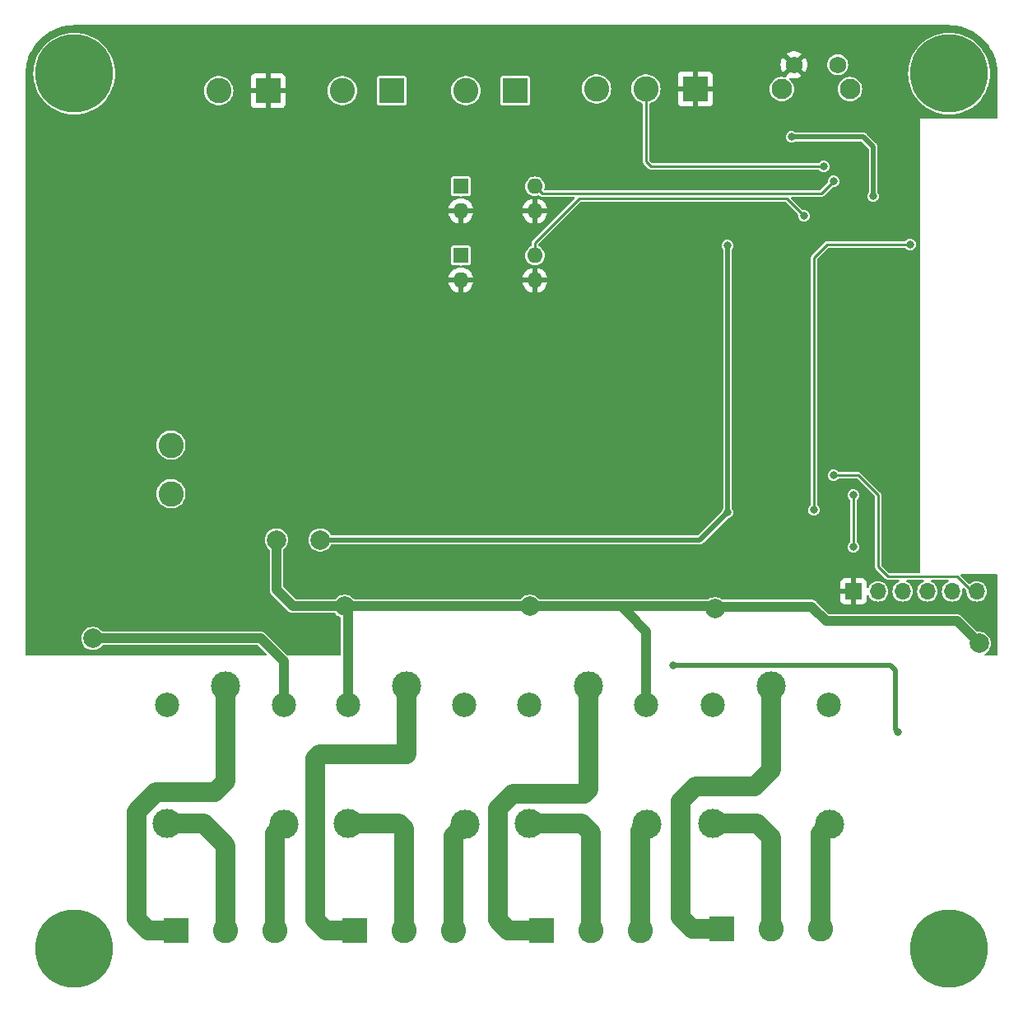
<source format=gbr>
%TF.GenerationSoftware,KiCad,Pcbnew,7.0.10*%
%TF.CreationDate,2025-03-17T10:36:42-03:00*%
%TF.ProjectId,MicroCerveceria,4d696372-6f43-4657-9276-656365726961,rev?*%
%TF.SameCoordinates,Original*%
%TF.FileFunction,Copper,L2,Bot*%
%TF.FilePolarity,Positive*%
%FSLAX46Y46*%
G04 Gerber Fmt 4.6, Leading zero omitted, Abs format (unit mm)*
G04 Created by KiCad (PCBNEW 7.0.10) date 2025-03-17 10:36:42*
%MOMM*%
%LPD*%
G01*
G04 APERTURE LIST*
%TA.AperFunction,ComponentPad*%
%ADD10C,3.000000*%
%TD*%
%TA.AperFunction,ComponentPad*%
%ADD11C,2.500000*%
%TD*%
%TA.AperFunction,ComponentPad*%
%ADD12C,2.600000*%
%TD*%
%TA.AperFunction,ComponentPad*%
%ADD13R,2.600000X2.600000*%
%TD*%
%TA.AperFunction,ComponentPad*%
%ADD14C,8.000000*%
%TD*%
%TA.AperFunction,ComponentPad*%
%ADD15R,1.600000X1.600000*%
%TD*%
%TA.AperFunction,ComponentPad*%
%ADD16O,1.600000X1.600000*%
%TD*%
%TA.AperFunction,ComponentPad*%
%ADD17C,2.000000*%
%TD*%
%TA.AperFunction,ComponentPad*%
%ADD18R,1.700000X1.700000*%
%TD*%
%TA.AperFunction,ComponentPad*%
%ADD19O,1.700000X1.700000*%
%TD*%
%TA.AperFunction,ComponentPad*%
%ADD20C,2.100000*%
%TD*%
%TA.AperFunction,ComponentPad*%
%ADD21C,1.750000*%
%TD*%
%TA.AperFunction,ViaPad*%
%ADD22C,2.000000*%
%TD*%
%TA.AperFunction,ViaPad*%
%ADD23C,0.800000*%
%TD*%
%TA.AperFunction,Conductor*%
%ADD24C,2.000000*%
%TD*%
%TA.AperFunction,Conductor*%
%ADD25C,1.000000*%
%TD*%
%TA.AperFunction,Conductor*%
%ADD26C,0.250000*%
%TD*%
%TA.AperFunction,Conductor*%
%ADD27C,0.500000*%
%TD*%
G04 APERTURE END LIST*
D10*
%TO.P,K4,1*%
%TO.N,Net-(J8-Pin_1)*%
X96700000Y-87950000D03*
D11*
%TO.P,K4,2*%
%TO.N,+5V*%
X90650000Y-89900000D03*
D10*
%TO.P,K4,3*%
%TO.N,Net-(J8-Pin_2)*%
X90650000Y-102100000D03*
%TO.P,K4,4*%
%TO.N,Net-(J8-Pin_3)*%
X102700000Y-102150000D03*
D11*
%TO.P,K4,5*%
%TO.N,Net-(D14-A)*%
X102650000Y-89900000D03*
%TD*%
D10*
%TO.P,K2,1*%
%TO.N,Net-(J4-Pin_1)*%
X59191000Y-87950000D03*
D11*
%TO.P,K2,2*%
%TO.N,+5V*%
X53141000Y-89900000D03*
D10*
%TO.P,K2,3*%
%TO.N,Net-(J4-Pin_2)*%
X53141000Y-102100000D03*
%TO.P,K2,4*%
%TO.N,Net-(J4-Pin_3)*%
X65191000Y-102150000D03*
D11*
%TO.P,K2,5*%
%TO.N,Net-(D4-A)*%
X65141000Y-89900000D03*
%TD*%
D10*
%TO.P,K1,1*%
%TO.N,Net-(J3-Pin_1)*%
X40600000Y-87950000D03*
D11*
%TO.P,K1,2*%
%TO.N,Net-(D3-A)*%
X34550000Y-89900000D03*
D10*
%TO.P,K1,3*%
%TO.N,Net-(J3-Pin_2)*%
X34550000Y-102100000D03*
%TO.P,K1,4*%
%TO.N,Net-(J3-Pin_3)*%
X46600000Y-102150000D03*
D11*
%TO.P,K1,5*%
%TO.N,+5V*%
X46550000Y-89900000D03*
%TD*%
D10*
%TO.P,K3,1*%
%TO.N,Net-(J7-Pin_1)*%
X77900000Y-87950000D03*
D11*
%TO.P,K3,2*%
%TO.N,Net-(D12-A)*%
X71850000Y-89900000D03*
D10*
%TO.P,K3,3*%
%TO.N,Net-(J7-Pin_2)*%
X71850000Y-102100000D03*
%TO.P,K3,4*%
%TO.N,Net-(J7-Pin_3)*%
X83900000Y-102150000D03*
D11*
%TO.P,K3,5*%
%TO.N,+5V*%
X83850000Y-89900000D03*
%TD*%
D12*
%TO.P,J4,3,Pin_3*%
%TO.N,Net-(J4-Pin_3)*%
X64012000Y-113125000D03*
%TO.P,J4,2,Pin_2*%
%TO.N,Net-(J4-Pin_2)*%
X58932000Y-113125000D03*
D13*
%TO.P,J4,1,Pin_1*%
%TO.N,Net-(J4-Pin_1)*%
X53852000Y-113125000D03*
%TD*%
D14*
%TO.P,H3,1,1*%
%TO.N,unconnected-(H3-Pad1)*%
X115000000Y-115000000D03*
%TD*%
D13*
%TO.P,J5,1,Pin_1*%
%TO.N,Net-(J5-Pin_1)*%
X57668000Y-26750000D03*
D12*
%TO.P,J5,2,Pin_2*%
%TO.N,+VSW*%
X52588000Y-26750000D03*
%TD*%
D14*
%TO.P,H2,1,1*%
%TO.N,unconnected-(H2-Pad1)*%
X115000000Y-25000000D03*
%TD*%
D13*
%TO.P,J9,1,Pin_1*%
%TO.N,GND*%
X88905000Y-26563000D03*
D12*
%TO.P,J9,2,Pin_2*%
%TO.N,/core/GPIO12*%
X83825000Y-26563000D03*
%TO.P,J9,3,Pin_3*%
%TO.N,+3V3*%
X78745000Y-26563000D03*
%TD*%
D14*
%TO.P,H1,1,1*%
%TO.N,unconnected-(H1-Pad1)*%
X25000000Y-25000000D03*
%TD*%
D15*
%TO.P,U4,1*%
%TO.N,Net-(D9-K)*%
X64780000Y-43683000D03*
D16*
%TO.P,U4,2*%
%TO.N,GND*%
X64780000Y-46223000D03*
%TO.P,U4,3*%
X72400000Y-46223000D03*
%TO.P,U4,4*%
%TO.N,/core/GPIO13*%
X72400000Y-43683000D03*
%TD*%
D13*
%TO.P,J7,1,Pin_1*%
%TO.N,Net-(J7-Pin_1)*%
X73069000Y-113075000D03*
D12*
%TO.P,J7,2,Pin_2*%
%TO.N,Net-(J7-Pin_2)*%
X78149000Y-113075000D03*
%TO.P,J7,3,Pin_3*%
%TO.N,Net-(J7-Pin_3)*%
X83229000Y-113075000D03*
%TD*%
D17*
%TO.P,TP1,1,1*%
%TO.N,+5V*%
X45804000Y-72938000D03*
%TD*%
D18*
%TO.P,J2,1,Pin_1*%
%TO.N,GND*%
X105156000Y-78232000D03*
D19*
%TO.P,J2,2,Pin_2*%
%TO.N,Net-(J2-Pin_2)*%
X107696000Y-78232000D03*
%TO.P,J2,3,Pin_3*%
%TO.N,unconnected-(J2-Pin_3-Pad3)*%
X110236000Y-78232000D03*
%TO.P,J2,4,Pin_4*%
%TO.N,Net-(J2-Pin_4)*%
X112776000Y-78232000D03*
%TO.P,J2,5,Pin_5*%
%TO.N,Net-(J2-Pin_5)*%
X115316000Y-78232000D03*
%TO.P,J2,6,Pin_6*%
%TO.N,Net-(J2-Pin_6)*%
X117856000Y-78232000D03*
%TD*%
D17*
%TO.P,TP2,1,1*%
%TO.N,+3V3*%
X50304000Y-72938000D03*
%TD*%
D13*
%TO.P,J1,1,Pin_1*%
%TO.N,GND*%
X44950000Y-26750000D03*
D12*
%TO.P,J1,2,Pin_2*%
%TO.N,/fuente/VIN*%
X39870000Y-26750000D03*
%TD*%
D14*
%TO.P,H4,1,1*%
%TO.N,unconnected-(H4-Pad1)*%
X25000000Y-115000000D03*
%TD*%
D13*
%TO.P,J3,1,Pin_1*%
%TO.N,Net-(J3-Pin_1)*%
X35515000Y-113091000D03*
D12*
%TO.P,J3,2,Pin_2*%
%TO.N,Net-(J3-Pin_2)*%
X40595000Y-113091000D03*
%TO.P,J3,3,Pin_3*%
%TO.N,Net-(J3-Pin_3)*%
X45675000Y-113091000D03*
%TD*%
D15*
%TO.P,U5,1*%
%TO.N,Net-(D10-K)*%
X64780000Y-36571000D03*
D16*
%TO.P,U5,2*%
%TO.N,GND*%
X64780000Y-39111000D03*
%TO.P,U5,3*%
X72400000Y-39111000D03*
%TO.P,U5,4*%
%TO.N,/core/GPIO14*%
X72400000Y-36571000D03*
%TD*%
D13*
%TO.P,J6,1,Pin_1*%
%TO.N,Net-(J6-Pin_1)*%
X70368000Y-26750000D03*
D12*
%TO.P,J6,2,Pin_2*%
%TO.N,+VSW*%
X65288000Y-26750000D03*
%TD*%
D13*
%TO.P,J8,1,Pin_1*%
%TO.N,Net-(J8-Pin_1)*%
X91615000Y-112950000D03*
D12*
%TO.P,J8,2,Pin_2*%
%TO.N,Net-(J8-Pin_2)*%
X96695000Y-112950000D03*
%TO.P,J8,3,Pin_3*%
%TO.N,Net-(J8-Pin_3)*%
X101775000Y-112950000D03*
%TD*%
%TO.P,L1,1,1*%
%TO.N,Net-(D2-K)*%
X34954000Y-63188000D03*
%TO.P,L1,2,2*%
%TO.N,+5V*%
X34954000Y-68188000D03*
%TD*%
D20*
%TO.P,SW1,*%
%TO.N,*%
X97800000Y-26577500D03*
X104810000Y-26577500D03*
D21*
%TO.P,SW1,1,1*%
%TO.N,GND*%
X99050000Y-24087500D03*
%TO.P,SW1,2,2*%
%TO.N,Net-(U3-GPIO16)*%
X103550000Y-24087500D03*
%TD*%
D22*
%TO.N,+5V*%
X118110000Y-83566000D03*
X90932000Y-80010000D03*
X52832000Y-79756000D03*
X26924000Y-83058000D03*
X71882000Y-79756000D03*
D23*
%TO.N,GND*%
X98044000Y-58166000D03*
X68072000Y-52070000D03*
X37338000Y-43180000D03*
X37338000Y-36576000D03*
X32854000Y-43180000D03*
X79756000Y-55118000D03*
X66802000Y-64516000D03*
X111252000Y-57658000D03*
X44450000Y-58928000D03*
X76200000Y-35052000D03*
X79756000Y-51054000D03*
X94996000Y-60706000D03*
X32854000Y-36576000D03*
X25654000Y-62992000D03*
X53086000Y-58928000D03*
X57150000Y-66294000D03*
X28956000Y-39913000D03*
X85344000Y-76962000D03*
X70612000Y-64516000D03*
X32854000Y-39913000D03*
X80772000Y-64770000D03*
X81534000Y-35052000D03*
X66548000Y-76962000D03*
X23368000Y-84074000D03*
X50038000Y-50292000D03*
X90932000Y-65024000D03*
X110236000Y-72644000D03*
X110490000Y-30480000D03*
X37338000Y-39913000D03*
X25654000Y-45974000D03*
X111252000Y-48768000D03*
X42672000Y-70866000D03*
X53340000Y-76708000D03*
X34798000Y-79248000D03*
X80772000Y-71120000D03*
X71374000Y-76962000D03*
X28956000Y-36576000D03*
X28956000Y-43180000D03*
%TO.N,+3V3*%
X98806000Y-31496000D03*
X107188000Y-37592000D03*
X92202000Y-42672000D03*
X92202000Y-70104000D03*
%TO.N,Net-(D12-A)*%
X86614000Y-85852000D03*
X109728000Y-92710000D03*
%TO.N,Net-(J2-Pin_6)*%
X103124000Y-66294000D03*
%TO.N,Net-(J2-Pin_2)*%
X101092000Y-69850000D03*
X110998000Y-42545000D03*
%TO.N,/core/GPIO4*%
X105156000Y-68326000D03*
X105156000Y-73660000D03*
%TO.N,/core/GPIO14*%
X103125000Y-36068000D03*
%TO.N,/core/GPIO13*%
X100076000Y-39624000D03*
%TO.N,/core/GPIO12*%
X102108000Y-34544000D03*
%TD*%
D24*
%TO.N,Net-(J4-Pin_1)*%
X59191000Y-95000000D02*
X59191000Y-87950000D01*
X49784000Y-112014000D02*
X49784000Y-95400000D01*
X50895000Y-113125000D02*
X49784000Y-112014000D01*
X49784000Y-95400000D02*
X50184000Y-95000000D01*
X50184000Y-95000000D02*
X59191000Y-95000000D01*
X53852000Y-113125000D02*
X50895000Y-113125000D01*
D25*
%TO.N,+5V*%
X83850000Y-89900000D02*
X83850000Y-82326000D01*
X52832000Y-79756000D02*
X53141000Y-80065000D01*
X45804000Y-78062000D02*
X47498000Y-79756000D01*
X47498000Y-79756000D02*
X71882000Y-79756000D01*
X91160000Y-79782000D02*
X100864000Y-79782000D01*
X46550000Y-89900000D02*
X46550000Y-85412000D01*
X100864000Y-79782000D02*
X102362000Y-81280000D01*
X53141000Y-80065000D02*
X53141000Y-89900000D01*
X45804000Y-72938000D02*
X45804000Y-78062000D01*
X82042000Y-80518000D02*
X81280000Y-79756000D01*
X81280000Y-79756000D02*
X75184000Y-79756000D01*
X102362000Y-81280000D02*
X115824000Y-81280000D01*
X81280000Y-79756000D02*
X90932000Y-79756000D01*
X44196000Y-83058000D02*
X26924000Y-83058000D01*
X115824000Y-81280000D02*
X118110000Y-83566000D01*
X83850000Y-82326000D02*
X82042000Y-80518000D01*
X90932000Y-80010000D02*
X91160000Y-79782000D01*
X75184000Y-79756000D02*
X72136000Y-79756000D01*
X46550000Y-85412000D02*
X44196000Y-83058000D01*
D26*
%TO.N,GND*%
X53594000Y-76962000D02*
X53340000Y-76708000D01*
X42672000Y-60706000D02*
X44450000Y-58928000D01*
X105156000Y-78232000D02*
X86614000Y-78232000D01*
X42672000Y-70866000D02*
X42672000Y-60706000D01*
X66548000Y-76962000D02*
X53594000Y-76962000D01*
X86614000Y-78232000D02*
X85344000Y-76962000D01*
X71374000Y-76962000D02*
X66548000Y-76962000D01*
D27*
%TO.N,+3V3*%
X106172000Y-31496000D02*
X98806000Y-31496000D01*
X50304000Y-72938000D02*
X89368000Y-72938000D01*
X107188000Y-37592000D02*
X107188000Y-32512000D01*
X107188000Y-32512000D02*
X106172000Y-31496000D01*
X89368000Y-72938000D02*
X92202000Y-70104000D01*
X92202000Y-42672000D02*
X92202000Y-70104000D01*
%TO.N,Net-(D12-A)*%
X86614000Y-85852000D02*
X108966000Y-85852000D01*
X109474000Y-86360000D02*
X109474000Y-92456000D01*
X108966000Y-85852000D02*
X109474000Y-86360000D01*
X109474000Y-92456000D02*
X109728000Y-92710000D01*
D26*
%TO.N,Net-(J2-Pin_6)*%
X107696000Y-68326000D02*
X107696000Y-75692000D01*
X115824000Y-76708000D02*
X117348000Y-78232000D01*
X105664000Y-66294000D02*
X107696000Y-68326000D01*
X108712000Y-76708000D02*
X115824000Y-76708000D01*
X107696000Y-75692000D02*
X108712000Y-76708000D01*
X117348000Y-78232000D02*
X117856000Y-78232000D01*
X103124000Y-66294000D02*
X105664000Y-66294000D01*
%TO.N,Net-(J2-Pin_2)*%
X110998000Y-42545000D02*
X102489000Y-42545000D01*
X101092000Y-43942000D02*
X101092000Y-69850000D01*
X102489000Y-42545000D02*
X101092000Y-43942000D01*
D24*
%TO.N,Net-(J3-Pin_1)*%
X31425000Y-100875000D02*
X33400000Y-98900000D01*
X35515000Y-113091000D02*
X32616000Y-113091000D01*
X40600000Y-97800000D02*
X40600000Y-87950000D01*
X31425000Y-111900000D02*
X31425000Y-100875000D01*
X39500000Y-98900000D02*
X40600000Y-97800000D01*
X32616000Y-113091000D02*
X31425000Y-111900000D01*
X33400000Y-98900000D02*
X39500000Y-98900000D01*
%TO.N,Net-(J3-Pin_2)*%
X34550000Y-102100000D02*
X38325000Y-102100000D01*
X38325000Y-102100000D02*
X40595000Y-104370000D01*
X40595000Y-104370000D02*
X40595000Y-113091000D01*
%TO.N,Net-(J3-Pin_3)*%
X45675000Y-103075000D02*
X46600000Y-102150000D01*
X45675000Y-113091000D02*
X45675000Y-103075000D01*
%TO.N,Net-(J4-Pin_2)*%
X58412000Y-102100000D02*
X58932000Y-102620000D01*
X58932000Y-102620000D02*
X58932000Y-113125000D01*
X53141000Y-102100000D02*
X58412000Y-102100000D01*
%TO.N,Net-(J4-Pin_3)*%
X64012000Y-113125000D02*
X64012000Y-103329000D01*
X64012000Y-103329000D02*
X65191000Y-102150000D01*
%TO.N,Net-(J7-Pin_1)*%
X70104000Y-99060000D02*
X77470000Y-99060000D01*
X77900000Y-98630000D02*
X77900000Y-87950000D01*
X68580000Y-112014000D02*
X68580000Y-100584000D01*
X77470000Y-99060000D02*
X77900000Y-98630000D01*
X73069000Y-113075000D02*
X69641000Y-113075000D01*
X68580000Y-100584000D02*
X70104000Y-99060000D01*
X69641000Y-113075000D02*
X68580000Y-112014000D01*
%TO.N,Net-(J7-Pin_2)*%
X71850000Y-102100000D02*
X77208000Y-102100000D01*
X78149000Y-103041000D02*
X78149000Y-113075000D01*
X77208000Y-102100000D02*
X78149000Y-103041000D01*
%TO.N,Net-(J7-Pin_3)*%
X83229000Y-102821000D02*
X83900000Y-102150000D01*
X83229000Y-113075000D02*
X83229000Y-102821000D01*
%TO.N,Net-(J8-Pin_1)*%
X96700000Y-87950000D02*
X96700000Y-96594000D01*
X94996000Y-98298000D02*
X88900000Y-98298000D01*
X87376000Y-99822000D02*
X87376000Y-111760000D01*
X87376000Y-111760000D02*
X88566000Y-112950000D01*
X88566000Y-112950000D02*
X91615000Y-112950000D01*
X96700000Y-96594000D02*
X94996000Y-98298000D01*
X88900000Y-98298000D02*
X87376000Y-99822000D01*
%TO.N,Net-(J8-Pin_2)*%
X96695000Y-103553000D02*
X96695000Y-112950000D01*
X95242000Y-102100000D02*
X96695000Y-103553000D01*
X90650000Y-102100000D02*
X95242000Y-102100000D01*
%TO.N,Net-(J8-Pin_3)*%
X101775000Y-112950000D02*
X101775000Y-103075000D01*
X101775000Y-103075000D02*
X102700000Y-102150000D01*
D26*
%TO.N,/core/GPIO4*%
X105156000Y-73660000D02*
X105156000Y-68326000D01*
%TO.N,/core/GPIO14*%
X101855000Y-37338000D02*
X73167000Y-37338000D01*
X103125000Y-36068000D02*
X101855000Y-37338000D01*
X73167000Y-37338000D02*
X72400000Y-36571000D01*
%TO.N,/core/GPIO13*%
X98298000Y-37846000D02*
X76962000Y-37846000D01*
X100076000Y-39624000D02*
X98298000Y-37846000D01*
X72400000Y-42408000D02*
X72400000Y-43683000D01*
X76962000Y-37846000D02*
X72400000Y-42408000D01*
%TO.N,/core/GPIO12*%
X84328000Y-34544000D02*
X83825000Y-34041000D01*
X83825000Y-34041000D02*
X83825000Y-26563000D01*
X102108000Y-34544000D02*
X84328000Y-34544000D01*
%TD*%
%TA.AperFunction,Conductor*%
%TO.N,GND*%
G36*
X115002562Y-20000605D02*
G01*
X115217600Y-20009500D01*
X115413455Y-20018052D01*
X115423330Y-20018881D01*
X115636706Y-20045479D01*
X115636793Y-20045490D01*
X115834945Y-20071577D01*
X115844192Y-20073153D01*
X116053521Y-20117044D01*
X116054765Y-20117312D01*
X116250386Y-20160680D01*
X116258901Y-20162889D01*
X116463665Y-20223850D01*
X116465325Y-20224359D01*
X116656696Y-20284698D01*
X116664453Y-20287431D01*
X116863363Y-20365046D01*
X116865513Y-20365911D01*
X117051024Y-20442752D01*
X117057972Y-20445886D01*
X117225903Y-20527982D01*
X117249587Y-20539561D01*
X117252383Y-20540972D01*
X117430420Y-20633652D01*
X117436636Y-20637118D01*
X117619793Y-20746255D01*
X117622929Y-20748187D01*
X117686491Y-20788681D01*
X117792282Y-20856078D01*
X117797710Y-20859741D01*
X117971184Y-20983599D01*
X117974616Y-20986140D01*
X118133912Y-21108372D01*
X118138567Y-21112126D01*
X118301226Y-21249891D01*
X118304838Y-21253072D01*
X118452925Y-21388769D01*
X118456807Y-21392486D01*
X118607512Y-21543191D01*
X118611232Y-21547076D01*
X118746921Y-21695155D01*
X118750107Y-21698772D01*
X118887872Y-21861431D01*
X118891626Y-21866086D01*
X119013858Y-22025382D01*
X119016399Y-22028814D01*
X119140257Y-22202288D01*
X119143920Y-22207716D01*
X119251800Y-22377052D01*
X119253743Y-22380205D01*
X119362880Y-22563362D01*
X119366346Y-22569578D01*
X119459026Y-22747615D01*
X119460437Y-22750411D01*
X119554099Y-22941997D01*
X119557260Y-22949005D01*
X119634051Y-23134395D01*
X119635008Y-23136774D01*
X119712559Y-23335523D01*
X119715302Y-23343309D01*
X119775602Y-23534554D01*
X119776186Y-23536460D01*
X119837105Y-23741084D01*
X119839321Y-23749627D01*
X119882671Y-23945166D01*
X119882971Y-23946559D01*
X119926844Y-24155802D01*
X119928422Y-24165062D01*
X119954459Y-24362829D01*
X119954568Y-24363677D01*
X119981114Y-24576641D01*
X119981948Y-24586570D01*
X119990513Y-24782728D01*
X119990525Y-24783013D01*
X119999394Y-24997438D01*
X119999500Y-25002562D01*
X119999500Y-29476000D01*
X119979815Y-29543039D01*
X119927011Y-29588794D01*
X119875500Y-29600000D01*
X112000000Y-29600000D01*
X112013844Y-75932215D01*
X112013942Y-76258463D01*
X111994277Y-76325508D01*
X111941487Y-76371279D01*
X111889942Y-76382500D01*
X108898188Y-76382500D01*
X108831149Y-76362815D01*
X108810507Y-76346181D01*
X108057819Y-75593493D01*
X108024334Y-75532170D01*
X108021500Y-75505812D01*
X108021500Y-68345626D01*
X108021972Y-68334817D01*
X108022744Y-68326000D01*
X108025264Y-68297193D01*
X108015478Y-68260675D01*
X108013150Y-68250173D01*
X108006588Y-68212955D01*
X108006585Y-68212949D01*
X108004760Y-68207933D01*
X107997820Y-68191176D01*
X107995554Y-68186319D01*
X107995554Y-68186316D01*
X107973892Y-68155379D01*
X107968080Y-68146256D01*
X107949196Y-68113548D01*
X107949191Y-68113542D01*
X107920255Y-68089262D01*
X107912280Y-68081954D01*
X105908044Y-66077718D01*
X105900734Y-66069741D01*
X105876456Y-66040807D01*
X105876455Y-66040806D01*
X105843734Y-66021914D01*
X105834616Y-66016104D01*
X105803684Y-65994446D01*
X105798861Y-65992197D01*
X105782055Y-65985235D01*
X105777042Y-65983411D01*
X105739852Y-65976852D01*
X105729298Y-65974512D01*
X105692808Y-65964735D01*
X105655181Y-65968028D01*
X105644372Y-65968500D01*
X103692299Y-65968500D01*
X103625260Y-65948815D01*
X103593923Y-65919986D01*
X103552283Y-65865719D01*
X103552282Y-65865718D01*
X103426841Y-65769464D01*
X103280762Y-65708956D01*
X103280760Y-65708955D01*
X103124001Y-65688318D01*
X103123999Y-65688318D01*
X102967239Y-65708955D01*
X102967237Y-65708956D01*
X102821160Y-65769463D01*
X102695718Y-65865718D01*
X102599463Y-65991160D01*
X102538956Y-66137237D01*
X102538955Y-66137239D01*
X102518318Y-66293998D01*
X102518318Y-66294001D01*
X102538955Y-66450760D01*
X102538956Y-66450762D01*
X102599464Y-66596841D01*
X102695718Y-66722282D01*
X102821159Y-66818536D01*
X102967238Y-66879044D01*
X103045619Y-66889363D01*
X103123999Y-66899682D01*
X103124000Y-66899682D01*
X103124001Y-66899682D01*
X103176254Y-66892802D01*
X103280762Y-66879044D01*
X103426841Y-66818536D01*
X103552282Y-66722282D01*
X103593923Y-66668013D01*
X103650351Y-66626811D01*
X103692299Y-66619500D01*
X105477812Y-66619500D01*
X105544851Y-66639185D01*
X105565493Y-66655819D01*
X107334181Y-68424507D01*
X107367666Y-68485830D01*
X107370500Y-68512188D01*
X107370500Y-75672372D01*
X107370028Y-75683181D01*
X107366735Y-75720808D01*
X107376512Y-75757298D01*
X107378852Y-75767852D01*
X107385411Y-75805042D01*
X107387235Y-75810055D01*
X107394197Y-75826861D01*
X107396446Y-75831684D01*
X107418104Y-75862616D01*
X107423914Y-75871734D01*
X107442806Y-75904455D01*
X107471743Y-75928736D01*
X107479718Y-75936044D01*
X108467950Y-76924276D01*
X108475257Y-76932250D01*
X108499541Y-76961190D01*
X108499543Y-76961191D01*
X108499545Y-76961194D01*
X108499547Y-76961195D01*
X108499548Y-76961196D01*
X108532256Y-76980080D01*
X108541379Y-76985892D01*
X108572316Y-77007554D01*
X108572319Y-77007554D01*
X108577176Y-77009820D01*
X108593933Y-77016760D01*
X108598949Y-77018585D01*
X108598950Y-77018585D01*
X108598955Y-77018588D01*
X108636173Y-77025150D01*
X108646675Y-77027478D01*
X108683193Y-77037264D01*
X108720819Y-77033971D01*
X108731628Y-77033500D01*
X109754715Y-77033500D01*
X109821754Y-77053185D01*
X109867509Y-77105989D01*
X109877453Y-77175147D01*
X109848428Y-77238703D01*
X109813168Y-77266858D01*
X109649550Y-77354315D01*
X109649548Y-77354316D01*
X109649547Y-77354317D01*
X109489589Y-77485589D01*
X109358317Y-77645547D01*
X109260769Y-77828043D01*
X109200699Y-78026067D01*
X109180417Y-78232000D01*
X109200699Y-78437932D01*
X109212656Y-78477349D01*
X109260768Y-78635954D01*
X109358315Y-78818450D01*
X109358317Y-78818452D01*
X109489589Y-78978410D01*
X109574219Y-79047863D01*
X109649550Y-79109685D01*
X109832046Y-79207232D01*
X110030066Y-79267300D01*
X110030065Y-79267300D01*
X110048529Y-79269118D01*
X110236000Y-79287583D01*
X110441934Y-79267300D01*
X110639954Y-79207232D01*
X110822450Y-79109685D01*
X110982410Y-78978410D01*
X111113685Y-78818450D01*
X111211232Y-78635954D01*
X111271300Y-78437934D01*
X111291583Y-78232000D01*
X111271300Y-78026066D01*
X111211232Y-77828046D01*
X111113685Y-77645550D01*
X111003899Y-77511774D01*
X110982410Y-77485589D01*
X110822452Y-77354317D01*
X110822453Y-77354317D01*
X110822450Y-77354315D01*
X110658831Y-77266858D01*
X110608987Y-77217895D01*
X110593527Y-77149757D01*
X110617359Y-77084078D01*
X110672917Y-77041709D01*
X110717285Y-77033500D01*
X112294715Y-77033500D01*
X112361754Y-77053185D01*
X112407509Y-77105989D01*
X112417453Y-77175147D01*
X112388428Y-77238703D01*
X112353168Y-77266858D01*
X112189550Y-77354315D01*
X112189548Y-77354316D01*
X112189547Y-77354317D01*
X112029589Y-77485589D01*
X111898317Y-77645547D01*
X111800769Y-77828043D01*
X111740699Y-78026067D01*
X111720417Y-78232000D01*
X111740699Y-78437932D01*
X111752656Y-78477349D01*
X111800768Y-78635954D01*
X111898315Y-78818450D01*
X111898317Y-78818452D01*
X112029589Y-78978410D01*
X112114219Y-79047863D01*
X112189550Y-79109685D01*
X112372046Y-79207232D01*
X112570066Y-79267300D01*
X112570065Y-79267300D01*
X112588529Y-79269118D01*
X112776000Y-79287583D01*
X112981934Y-79267300D01*
X113179954Y-79207232D01*
X113362450Y-79109685D01*
X113522410Y-78978410D01*
X113653685Y-78818450D01*
X113751232Y-78635954D01*
X113811300Y-78437934D01*
X113831583Y-78232000D01*
X113811300Y-78026066D01*
X113751232Y-77828046D01*
X113653685Y-77645550D01*
X113543899Y-77511774D01*
X113522410Y-77485589D01*
X113362452Y-77354317D01*
X113362453Y-77354317D01*
X113362450Y-77354315D01*
X113198831Y-77266858D01*
X113148987Y-77217895D01*
X113133527Y-77149757D01*
X113157359Y-77084078D01*
X113212917Y-77041709D01*
X113257285Y-77033500D01*
X114834715Y-77033500D01*
X114901754Y-77053185D01*
X114947509Y-77105989D01*
X114957453Y-77175147D01*
X114928428Y-77238703D01*
X114893168Y-77266858D01*
X114729550Y-77354315D01*
X114729548Y-77354316D01*
X114729547Y-77354317D01*
X114569589Y-77485589D01*
X114438317Y-77645547D01*
X114340769Y-77828043D01*
X114280699Y-78026067D01*
X114260417Y-78232000D01*
X114280699Y-78437932D01*
X114292656Y-78477349D01*
X114340768Y-78635954D01*
X114438315Y-78818450D01*
X114438317Y-78818452D01*
X114569589Y-78978410D01*
X114654219Y-79047863D01*
X114729550Y-79109685D01*
X114912046Y-79207232D01*
X115110066Y-79267300D01*
X115110065Y-79267300D01*
X115128529Y-79269118D01*
X115316000Y-79287583D01*
X115521934Y-79267300D01*
X115719954Y-79207232D01*
X115902450Y-79109685D01*
X116062410Y-78978410D01*
X116193685Y-78818450D01*
X116291232Y-78635954D01*
X116351300Y-78437934D01*
X116371583Y-78232000D01*
X116351300Y-78026066D01*
X116351118Y-78025466D01*
X116351115Y-78025135D01*
X116350112Y-78020093D01*
X116351068Y-78019902D01*
X116350492Y-77955599D01*
X116387738Y-77896485D01*
X116451031Y-77866891D01*
X116520275Y-77876214D01*
X116557458Y-77901785D01*
X116766771Y-78111098D01*
X116800255Y-78172419D01*
X116802492Y-78210930D01*
X116800417Y-78231999D01*
X116820699Y-78437932D01*
X116832656Y-78477349D01*
X116880768Y-78635954D01*
X116978315Y-78818450D01*
X116978317Y-78818452D01*
X117109589Y-78978410D01*
X117194219Y-79047863D01*
X117269550Y-79109685D01*
X117452046Y-79207232D01*
X117650066Y-79267300D01*
X117650065Y-79267300D01*
X117668529Y-79269118D01*
X117856000Y-79287583D01*
X118061934Y-79267300D01*
X118259954Y-79207232D01*
X118442450Y-79109685D01*
X118602410Y-78978410D01*
X118733685Y-78818450D01*
X118831232Y-78635954D01*
X118891300Y-78437934D01*
X118911583Y-78232000D01*
X118891300Y-78026066D01*
X118831232Y-77828046D01*
X118733685Y-77645550D01*
X118623899Y-77511774D01*
X118602410Y-77485589D01*
X118442452Y-77354317D01*
X118442453Y-77354317D01*
X118442450Y-77354315D01*
X118259954Y-77256768D01*
X118061934Y-77196700D01*
X118061932Y-77196699D01*
X118061934Y-77196699D01*
X117856000Y-77176417D01*
X117650067Y-77196699D01*
X117452043Y-77256769D01*
X117418634Y-77274627D01*
X117269550Y-77354315D01*
X117269548Y-77354316D01*
X117269547Y-77354317D01*
X117170281Y-77435782D01*
X117105971Y-77463094D01*
X117037104Y-77451303D01*
X117003936Y-77427609D01*
X116618036Y-77041709D01*
X116229617Y-76653291D01*
X116196133Y-76591969D01*
X116201117Y-76522278D01*
X116242989Y-76466344D01*
X116308453Y-76441927D01*
X116316938Y-76441612D01*
X116959399Y-76439762D01*
X119655818Y-76432001D01*
X119655979Y-76432000D01*
X119656000Y-76432000D01*
X119874780Y-76430727D01*
X119941931Y-76450021D01*
X119987993Y-76502558D01*
X119999500Y-76554725D01*
X119999500Y-84712000D01*
X119979815Y-84779039D01*
X119927011Y-84824794D01*
X119875500Y-84836000D01*
X118775139Y-84836000D01*
X118708100Y-84816315D01*
X118662345Y-84763511D01*
X118652401Y-84694353D01*
X118681426Y-84630797D01*
X118709862Y-84606573D01*
X118836560Y-84528125D01*
X118836559Y-84528125D01*
X118836562Y-84528124D01*
X119000981Y-84378236D01*
X119135058Y-84200689D01*
X119234229Y-84001528D01*
X119295115Y-83787536D01*
X119315643Y-83566000D01*
X119295115Y-83344464D01*
X119234229Y-83130472D01*
X119234224Y-83130461D01*
X119135061Y-82931316D01*
X119135056Y-82931308D01*
X119000979Y-82753761D01*
X118836562Y-82603876D01*
X118836560Y-82603874D01*
X118647404Y-82486754D01*
X118647398Y-82486752D01*
X118439940Y-82406382D01*
X118221243Y-82365500D01*
X117998757Y-82365500D01*
X117998754Y-82365500D01*
X117979926Y-82369019D01*
X117910412Y-82361984D01*
X117869467Y-82334810D01*
X116336940Y-80802283D01*
X116331805Y-80796828D01*
X116291929Y-80751816D01*
X116291924Y-80751812D01*
X116242438Y-80717655D01*
X116236403Y-80713215D01*
X116189060Y-80676124D01*
X116189055Y-80676120D01*
X116179813Y-80671961D01*
X116160266Y-80660936D01*
X116151931Y-80655183D01*
X116151932Y-80655183D01*
X116151930Y-80655182D01*
X116095694Y-80633854D01*
X116088790Y-80630994D01*
X116033932Y-80606305D01*
X116033930Y-80606304D01*
X116023946Y-80604474D01*
X116002343Y-80598451D01*
X115992874Y-80594860D01*
X115992871Y-80594859D01*
X115933171Y-80587610D01*
X115925770Y-80586483D01*
X115866609Y-80575642D01*
X115866603Y-80575642D01*
X115806567Y-80579274D01*
X115799079Y-80579500D01*
X102703519Y-80579500D01*
X102636480Y-80559815D01*
X102615838Y-80543181D01*
X101376940Y-79304283D01*
X101371805Y-79298828D01*
X101331929Y-79253816D01*
X101331924Y-79253812D01*
X101282438Y-79219655D01*
X101276403Y-79215215D01*
X101229060Y-79178124D01*
X101229055Y-79178120D01*
X101219813Y-79173961D01*
X101200266Y-79162936D01*
X101191931Y-79157183D01*
X101191932Y-79157183D01*
X101191930Y-79157182D01*
X101135694Y-79135854D01*
X101128790Y-79132994D01*
X101121791Y-79129844D01*
X103806000Y-79129844D01*
X103812401Y-79189372D01*
X103812403Y-79189379D01*
X103862645Y-79324086D01*
X103862649Y-79324093D01*
X103948809Y-79439187D01*
X103948812Y-79439190D01*
X104063906Y-79525350D01*
X104063913Y-79525354D01*
X104198620Y-79575596D01*
X104198627Y-79575598D01*
X104258155Y-79581999D01*
X104258172Y-79582000D01*
X104906000Y-79582000D01*
X104906000Y-78667501D01*
X105013685Y-78716680D01*
X105120237Y-78732000D01*
X105191763Y-78732000D01*
X105298315Y-78716680D01*
X105406000Y-78667501D01*
X105406000Y-79582000D01*
X106053828Y-79582000D01*
X106053844Y-79581999D01*
X106113372Y-79575598D01*
X106113379Y-79575596D01*
X106248086Y-79525354D01*
X106248093Y-79525350D01*
X106363187Y-79439190D01*
X106363190Y-79439187D01*
X106449350Y-79324093D01*
X106449354Y-79324086D01*
X106499596Y-79189379D01*
X106499598Y-79189372D01*
X106505999Y-79129844D01*
X106506000Y-79129827D01*
X106506000Y-78729186D01*
X106525685Y-78662147D01*
X106578489Y-78616392D01*
X106647647Y-78606448D01*
X106711203Y-78635473D01*
X106739356Y-78670729D01*
X106818315Y-78818450D01*
X106818317Y-78818452D01*
X106949589Y-78978410D01*
X107034219Y-79047863D01*
X107109550Y-79109685D01*
X107292046Y-79207232D01*
X107490066Y-79267300D01*
X107490065Y-79267300D01*
X107508529Y-79269118D01*
X107696000Y-79287583D01*
X107901934Y-79267300D01*
X108099954Y-79207232D01*
X108282450Y-79109685D01*
X108442410Y-78978410D01*
X108573685Y-78818450D01*
X108671232Y-78635954D01*
X108731300Y-78437934D01*
X108751583Y-78232000D01*
X108731300Y-78026066D01*
X108671232Y-77828046D01*
X108573685Y-77645550D01*
X108463899Y-77511774D01*
X108442410Y-77485589D01*
X108282452Y-77354317D01*
X108282453Y-77354317D01*
X108282450Y-77354315D01*
X108099954Y-77256768D01*
X107901934Y-77196700D01*
X107901932Y-77196699D01*
X107901934Y-77196699D01*
X107696000Y-77176417D01*
X107490067Y-77196699D01*
X107292043Y-77256769D01*
X107258634Y-77274627D01*
X107109550Y-77354315D01*
X107109548Y-77354316D01*
X107109547Y-77354317D01*
X106949589Y-77485589D01*
X106818317Y-77645547D01*
X106818315Y-77645550D01*
X106746887Y-77779181D01*
X106739358Y-77793267D01*
X106690395Y-77843111D01*
X106622257Y-77858571D01*
X106556578Y-77834739D01*
X106514209Y-77779181D01*
X106506000Y-77734813D01*
X106506000Y-77334172D01*
X106505999Y-77334155D01*
X106499598Y-77274627D01*
X106499596Y-77274620D01*
X106449354Y-77139913D01*
X106449350Y-77139906D01*
X106363190Y-77024812D01*
X106363187Y-77024809D01*
X106248093Y-76938649D01*
X106248086Y-76938645D01*
X106113379Y-76888403D01*
X106113372Y-76888401D01*
X106053844Y-76882000D01*
X105406000Y-76882000D01*
X105406000Y-77796498D01*
X105298315Y-77747320D01*
X105191763Y-77732000D01*
X105120237Y-77732000D01*
X105013685Y-77747320D01*
X104906000Y-77796498D01*
X104906000Y-76882000D01*
X104258155Y-76882000D01*
X104198627Y-76888401D01*
X104198620Y-76888403D01*
X104063913Y-76938645D01*
X104063906Y-76938649D01*
X103948812Y-77024809D01*
X103948809Y-77024812D01*
X103862649Y-77139906D01*
X103862645Y-77139913D01*
X103812403Y-77274620D01*
X103812401Y-77274627D01*
X103806000Y-77334155D01*
X103806000Y-77982000D01*
X104722314Y-77982000D01*
X104696507Y-78022156D01*
X104656000Y-78160111D01*
X104656000Y-78303889D01*
X104696507Y-78441844D01*
X104722314Y-78482000D01*
X103806000Y-78482000D01*
X103806000Y-79129844D01*
X101121791Y-79129844D01*
X101073932Y-79108305D01*
X101073930Y-79108304D01*
X101063946Y-79106474D01*
X101042343Y-79100451D01*
X101032874Y-79096860D01*
X101032871Y-79096859D01*
X100973171Y-79089610D01*
X100965770Y-79088483D01*
X100906609Y-79077642D01*
X100906603Y-79077642D01*
X100846567Y-79081274D01*
X100839079Y-79081500D01*
X91743484Y-79081500D01*
X91676445Y-79061815D01*
X91659948Y-79049139D01*
X91658564Y-79047877D01*
X91658559Y-79047874D01*
X91469404Y-78930754D01*
X91469398Y-78930752D01*
X91261940Y-78850382D01*
X91043243Y-78809500D01*
X90820757Y-78809500D01*
X90602060Y-78850382D01*
X90470864Y-78901207D01*
X90394601Y-78930752D01*
X90394595Y-78930754D01*
X90223121Y-79036927D01*
X90157844Y-79055500D01*
X81354927Y-79055500D01*
X81332576Y-79053469D01*
X81322607Y-79051642D01*
X81322603Y-79051642D01*
X81262567Y-79055274D01*
X81255079Y-79055500D01*
X72919105Y-79055500D01*
X72852066Y-79035815D01*
X72820151Y-79006227D01*
X72772979Y-78943761D01*
X72608562Y-78793876D01*
X72608560Y-78793874D01*
X72419404Y-78676754D01*
X72419398Y-78676752D01*
X72211940Y-78596382D01*
X71993243Y-78555500D01*
X71770757Y-78555500D01*
X71552060Y-78596382D01*
X71451155Y-78635473D01*
X71344601Y-78676752D01*
X71344595Y-78676754D01*
X71155439Y-78793874D01*
X71155437Y-78793876D01*
X70991020Y-78943761D01*
X70943849Y-79006227D01*
X70887740Y-79047863D01*
X70844895Y-79055500D01*
X53869105Y-79055500D01*
X53802066Y-79035815D01*
X53770151Y-79006227D01*
X53722979Y-78943761D01*
X53558562Y-78793876D01*
X53558560Y-78793874D01*
X53369404Y-78676754D01*
X53369398Y-78676752D01*
X53161940Y-78596382D01*
X52943243Y-78555500D01*
X52720757Y-78555500D01*
X52502060Y-78596382D01*
X52401155Y-78635473D01*
X52294601Y-78676752D01*
X52294595Y-78676754D01*
X52105439Y-78793874D01*
X52105437Y-78793876D01*
X51941020Y-78943761D01*
X51893849Y-79006227D01*
X51837740Y-79047863D01*
X51794895Y-79055500D01*
X47839519Y-79055500D01*
X47772480Y-79035815D01*
X47751838Y-79019181D01*
X46540819Y-77808162D01*
X46507334Y-77746839D01*
X46504500Y-77720481D01*
X46504500Y-73978634D01*
X46524185Y-73911595D01*
X46544962Y-73886997D01*
X46694979Y-73750238D01*
X46763124Y-73660000D01*
X46829058Y-73572689D01*
X46928229Y-73373528D01*
X46989115Y-73159536D01*
X47009643Y-72938000D01*
X49098357Y-72938000D01*
X49118884Y-73159535D01*
X49118885Y-73159537D01*
X49179769Y-73373523D01*
X49179775Y-73373538D01*
X49278938Y-73572683D01*
X49278943Y-73572691D01*
X49413020Y-73750238D01*
X49577437Y-73900123D01*
X49577439Y-73900125D01*
X49766595Y-74017245D01*
X49766596Y-74017245D01*
X49766599Y-74017247D01*
X49974060Y-74097618D01*
X50192757Y-74138500D01*
X50192759Y-74138500D01*
X50415241Y-74138500D01*
X50415243Y-74138500D01*
X50633940Y-74097618D01*
X50841401Y-74017247D01*
X51030562Y-73900124D01*
X51194981Y-73750236D01*
X51263123Y-73660001D01*
X104550318Y-73660001D01*
X104570955Y-73816760D01*
X104570956Y-73816762D01*
X104631464Y-73962841D01*
X104727718Y-74088282D01*
X104853159Y-74184536D01*
X104999238Y-74245044D01*
X105077619Y-74255363D01*
X105155999Y-74265682D01*
X105156000Y-74265682D01*
X105156001Y-74265682D01*
X105208254Y-74258802D01*
X105312762Y-74245044D01*
X105458841Y-74184536D01*
X105584282Y-74088282D01*
X105680536Y-73962841D01*
X105741044Y-73816762D01*
X105761682Y-73660000D01*
X105741044Y-73503238D01*
X105680536Y-73357159D01*
X105584282Y-73231718D01*
X105584280Y-73231716D01*
X105584279Y-73231715D01*
X105530012Y-73190074D01*
X105488810Y-73133646D01*
X105481500Y-73091699D01*
X105481500Y-68894298D01*
X105501185Y-68827259D01*
X105530010Y-68795925D01*
X105584282Y-68754282D01*
X105680536Y-68628841D01*
X105741044Y-68482762D01*
X105761682Y-68326000D01*
X105741044Y-68169238D01*
X105680536Y-68023159D01*
X105584282Y-67897718D01*
X105458841Y-67801464D01*
X105312762Y-67740956D01*
X105312760Y-67740955D01*
X105156001Y-67720318D01*
X105155999Y-67720318D01*
X104999239Y-67740955D01*
X104999237Y-67740956D01*
X104853160Y-67801463D01*
X104727718Y-67897718D01*
X104631463Y-68023160D01*
X104570956Y-68169237D01*
X104570955Y-68169239D01*
X104550318Y-68325998D01*
X104550318Y-68326001D01*
X104570955Y-68482760D01*
X104570956Y-68482762D01*
X104631464Y-68628841D01*
X104727718Y-68754282D01*
X104781987Y-68795924D01*
X104823189Y-68852349D01*
X104830500Y-68894298D01*
X104830500Y-73091699D01*
X104810815Y-73158738D01*
X104781988Y-73190074D01*
X104727720Y-73231715D01*
X104631463Y-73357160D01*
X104570956Y-73503237D01*
X104570955Y-73503239D01*
X104550318Y-73659998D01*
X104550318Y-73660001D01*
X51263123Y-73660001D01*
X51329058Y-73572689D01*
X51386551Y-73457229D01*
X51434054Y-73405991D01*
X51497551Y-73388500D01*
X89335738Y-73388500D01*
X89349620Y-73389279D01*
X89362421Y-73390722D01*
X89385033Y-73393270D01*
X89385033Y-73393269D01*
X89385035Y-73393270D01*
X89441236Y-73382635D01*
X89445726Y-73381872D01*
X89502287Y-73373348D01*
X89502291Y-73373345D01*
X89510447Y-73370830D01*
X89518469Y-73368024D01*
X89518470Y-73368023D01*
X89518472Y-73368023D01*
X89569088Y-73341270D01*
X89573093Y-73339248D01*
X89624642Y-73314425D01*
X89624643Y-73314423D01*
X89624645Y-73314423D01*
X89631695Y-73309616D01*
X89638534Y-73304567D01*
X89638538Y-73304566D01*
X89678974Y-73264128D01*
X89682260Y-73260962D01*
X89724194Y-73222055D01*
X89724196Y-73222050D01*
X89729987Y-73214790D01*
X89730643Y-73215313D01*
X89740032Y-73203070D01*
X92208422Y-70734679D01*
X92269743Y-70701196D01*
X92279896Y-70699426D01*
X92358762Y-70689044D01*
X92504841Y-70628536D01*
X92630282Y-70532282D01*
X92726536Y-70406841D01*
X92787044Y-70260762D01*
X92807682Y-70104000D01*
X92787044Y-69947238D01*
X92746767Y-69850001D01*
X100486318Y-69850001D01*
X100506955Y-70006760D01*
X100506956Y-70006762D01*
X100547232Y-70103998D01*
X100567464Y-70152841D01*
X100663718Y-70278282D01*
X100789159Y-70374536D01*
X100935238Y-70435044D01*
X101013619Y-70445363D01*
X101091999Y-70455682D01*
X101092000Y-70455682D01*
X101092001Y-70455682D01*
X101144254Y-70448802D01*
X101248762Y-70435044D01*
X101394841Y-70374536D01*
X101520282Y-70278282D01*
X101616536Y-70152841D01*
X101677044Y-70006762D01*
X101697682Y-69850000D01*
X101677044Y-69693238D01*
X101616536Y-69547159D01*
X101520282Y-69421718D01*
X101520280Y-69421716D01*
X101520279Y-69421715D01*
X101466012Y-69380074D01*
X101424810Y-69323646D01*
X101417500Y-69281699D01*
X101417500Y-44128188D01*
X101437185Y-44061149D01*
X101453819Y-44040507D01*
X102587508Y-42906819D01*
X102648831Y-42873334D01*
X102675189Y-42870500D01*
X110429701Y-42870500D01*
X110496740Y-42890185D01*
X110528076Y-42919013D01*
X110569718Y-42973282D01*
X110695159Y-43069536D01*
X110841238Y-43130044D01*
X110919619Y-43140363D01*
X110997999Y-43150682D01*
X110998000Y-43150682D01*
X110998001Y-43150682D01*
X111050254Y-43143802D01*
X111154762Y-43130044D01*
X111300841Y-43069536D01*
X111426282Y-42973282D01*
X111522536Y-42847841D01*
X111583044Y-42701762D01*
X111603682Y-42545000D01*
X111583044Y-42388238D01*
X111522536Y-42242159D01*
X111426282Y-42116718D01*
X111300841Y-42020464D01*
X111154762Y-41959956D01*
X111154760Y-41959955D01*
X110998001Y-41939318D01*
X110997999Y-41939318D01*
X110841239Y-41959955D01*
X110841237Y-41959956D01*
X110695160Y-42020463D01*
X110569716Y-42116719D01*
X110528077Y-42170986D01*
X110471649Y-42212189D01*
X110429701Y-42219500D01*
X102508617Y-42219500D01*
X102497808Y-42219028D01*
X102460192Y-42215736D01*
X102460191Y-42215736D01*
X102423711Y-42225511D01*
X102413156Y-42227852D01*
X102375954Y-42234412D01*
X102370962Y-42236229D01*
X102354117Y-42243206D01*
X102349313Y-42245446D01*
X102318378Y-42267107D01*
X102309261Y-42272916D01*
X102276548Y-42291804D01*
X102276545Y-42291806D01*
X102276543Y-42291807D01*
X102276542Y-42291809D01*
X102252261Y-42320744D01*
X102244956Y-42328715D01*
X100875715Y-43697957D01*
X100867742Y-43705264D01*
X100838805Y-43729545D01*
X100819914Y-43762264D01*
X100814105Y-43771381D01*
X100792446Y-43802313D01*
X100790206Y-43807117D01*
X100783229Y-43823961D01*
X100781410Y-43828960D01*
X100774852Y-43866148D01*
X100772512Y-43876703D01*
X100762735Y-43913191D01*
X100762735Y-43913192D01*
X100766028Y-43950817D01*
X100766500Y-43961626D01*
X100766500Y-69281699D01*
X100746815Y-69348738D01*
X100717988Y-69380074D01*
X100663720Y-69421715D01*
X100567463Y-69547160D01*
X100506956Y-69693237D01*
X100506955Y-69693239D01*
X100486318Y-69849998D01*
X100486318Y-69850001D01*
X92746767Y-69850001D01*
X92726536Y-69801159D01*
X92726535Y-69801158D01*
X92726535Y-69801157D01*
X92678124Y-69738066D01*
X92652930Y-69672896D01*
X92652500Y-69662580D01*
X92652500Y-43113419D01*
X92672185Y-43046380D01*
X92678124Y-43037933D01*
X92694092Y-43017121D01*
X92726536Y-42974841D01*
X92787044Y-42828762D01*
X92807682Y-42672000D01*
X92804549Y-42648205D01*
X92787044Y-42515239D01*
X92787044Y-42515238D01*
X92726536Y-42369159D01*
X92630282Y-42243718D01*
X92504841Y-42147464D01*
X92358762Y-42086956D01*
X92358760Y-42086955D01*
X92202001Y-42066318D01*
X92201999Y-42066318D01*
X92045239Y-42086955D01*
X92045237Y-42086956D01*
X91899160Y-42147463D01*
X91773718Y-42243718D01*
X91677463Y-42369160D01*
X91616956Y-42515237D01*
X91616955Y-42515239D01*
X91596318Y-42671998D01*
X91596318Y-42672001D01*
X91616955Y-42828760D01*
X91616957Y-42828765D01*
X91677461Y-42974836D01*
X91677464Y-42974841D01*
X91725876Y-43037933D01*
X91751070Y-43103102D01*
X91751500Y-43113419D01*
X91751500Y-69662580D01*
X91731815Y-69729619D01*
X91725876Y-69738066D01*
X91677464Y-69801157D01*
X91616956Y-69947238D01*
X91606575Y-70026084D01*
X91578308Y-70089980D01*
X91571317Y-70097578D01*
X89217716Y-72451181D01*
X89156393Y-72484666D01*
X89130035Y-72487500D01*
X51497551Y-72487500D01*
X51430512Y-72467815D01*
X51386551Y-72418771D01*
X51329063Y-72303320D01*
X51329056Y-72303308D01*
X51194979Y-72125761D01*
X51030562Y-71975876D01*
X51030560Y-71975874D01*
X50841404Y-71858754D01*
X50841398Y-71858752D01*
X50633940Y-71778382D01*
X50415243Y-71737500D01*
X50192757Y-71737500D01*
X49974060Y-71778382D01*
X49842864Y-71829207D01*
X49766601Y-71858752D01*
X49766595Y-71858754D01*
X49577439Y-71975874D01*
X49577437Y-71975876D01*
X49413020Y-72125761D01*
X49278943Y-72303308D01*
X49278938Y-72303316D01*
X49179775Y-72502461D01*
X49179769Y-72502476D01*
X49118885Y-72716462D01*
X49118884Y-72716464D01*
X49098357Y-72937999D01*
X49098357Y-72938000D01*
X47009643Y-72938000D01*
X46989115Y-72716464D01*
X46928229Y-72502472D01*
X46886551Y-72418771D01*
X46829061Y-72303316D01*
X46829056Y-72303308D01*
X46694979Y-72125761D01*
X46530562Y-71975876D01*
X46530560Y-71975874D01*
X46341404Y-71858754D01*
X46341398Y-71858752D01*
X46133940Y-71778382D01*
X45915243Y-71737500D01*
X45692757Y-71737500D01*
X45474060Y-71778382D01*
X45342864Y-71829207D01*
X45266601Y-71858752D01*
X45266595Y-71858754D01*
X45077439Y-71975874D01*
X45077437Y-71975876D01*
X44913020Y-72125761D01*
X44778943Y-72303308D01*
X44778938Y-72303316D01*
X44679775Y-72502461D01*
X44679769Y-72502476D01*
X44618885Y-72716462D01*
X44618884Y-72716464D01*
X44598357Y-72937999D01*
X44598357Y-72938000D01*
X44618884Y-73159535D01*
X44618885Y-73159537D01*
X44679769Y-73373523D01*
X44679775Y-73373538D01*
X44778938Y-73572683D01*
X44778943Y-73572691D01*
X44913020Y-73750238D01*
X45063038Y-73886997D01*
X45099320Y-73946708D01*
X45103500Y-73978634D01*
X45103500Y-78037078D01*
X45103274Y-78044566D01*
X45099642Y-78104603D01*
X45099642Y-78104605D01*
X45110483Y-78163770D01*
X45111610Y-78171171D01*
X45118859Y-78230871D01*
X45118860Y-78230874D01*
X45122451Y-78240343D01*
X45128474Y-78261946D01*
X45130304Y-78271930D01*
X45154991Y-78326782D01*
X45157854Y-78333694D01*
X45179182Y-78389930D01*
X45179183Y-78389931D01*
X45184936Y-78398266D01*
X45195961Y-78417813D01*
X45200120Y-78427055D01*
X45200124Y-78427060D01*
X45237215Y-78474403D01*
X45241655Y-78480438D01*
X45275812Y-78529924D01*
X45275816Y-78529929D01*
X45320828Y-78569805D01*
X45326283Y-78574940D01*
X46985058Y-80233715D01*
X46990178Y-80239153D01*
X47030071Y-80284183D01*
X47079573Y-80318352D01*
X47085591Y-80322780D01*
X47132944Y-80359878D01*
X47132947Y-80359880D01*
X47132946Y-80359880D01*
X47142177Y-80364034D01*
X47161731Y-80375062D01*
X47170070Y-80380818D01*
X47226331Y-80402154D01*
X47233208Y-80405003D01*
X47254563Y-80414615D01*
X47288063Y-80429693D01*
X47288066Y-80429693D01*
X47288069Y-80429695D01*
X47298034Y-80431521D01*
X47319656Y-80437548D01*
X47322777Y-80438731D01*
X47329128Y-80441140D01*
X47386689Y-80448128D01*
X47388815Y-80448387D01*
X47396222Y-80449514D01*
X47455394Y-80460358D01*
X47515433Y-80456725D01*
X47522921Y-80456500D01*
X51794895Y-80456500D01*
X51861934Y-80476185D01*
X51893849Y-80505773D01*
X51941020Y-80568238D01*
X52105437Y-80718123D01*
X52105439Y-80718125D01*
X52159854Y-80751817D01*
X52294599Y-80835247D01*
X52361293Y-80861084D01*
X52416695Y-80903657D01*
X52440286Y-80969423D01*
X52440500Y-80976711D01*
X52440500Y-84712000D01*
X52420815Y-84779039D01*
X52368011Y-84824794D01*
X52316500Y-84836000D01*
X47016019Y-84836000D01*
X46948980Y-84816315D01*
X46928338Y-84799681D01*
X44708940Y-82580283D01*
X44703805Y-82574828D01*
X44663929Y-82529816D01*
X44663924Y-82529812D01*
X44614438Y-82495655D01*
X44608403Y-82491215D01*
X44561060Y-82454124D01*
X44561055Y-82454120D01*
X44551813Y-82449961D01*
X44532266Y-82438936D01*
X44523931Y-82433183D01*
X44523932Y-82433183D01*
X44523930Y-82433182D01*
X44467694Y-82411854D01*
X44460790Y-82408994D01*
X44405932Y-82384305D01*
X44405930Y-82384304D01*
X44395946Y-82382474D01*
X44374343Y-82376451D01*
X44364874Y-82372860D01*
X44364871Y-82372859D01*
X44305171Y-82365610D01*
X44297770Y-82364483D01*
X44238609Y-82353642D01*
X44238603Y-82353642D01*
X44178567Y-82357274D01*
X44171079Y-82357500D01*
X27961105Y-82357500D01*
X27894066Y-82337815D01*
X27862151Y-82308227D01*
X27814979Y-82245761D01*
X27650562Y-82095876D01*
X27650560Y-82095874D01*
X27461404Y-81978754D01*
X27461398Y-81978752D01*
X27253940Y-81898382D01*
X27035243Y-81857500D01*
X26812757Y-81857500D01*
X26594060Y-81898382D01*
X26462864Y-81949207D01*
X26386601Y-81978752D01*
X26386595Y-81978754D01*
X26197439Y-82095874D01*
X26197437Y-82095876D01*
X26033020Y-82245761D01*
X25898943Y-82423308D01*
X25898938Y-82423316D01*
X25799775Y-82622461D01*
X25799769Y-82622476D01*
X25738885Y-82836462D01*
X25738884Y-82836464D01*
X25718357Y-83057999D01*
X25718357Y-83058000D01*
X25738884Y-83279535D01*
X25738885Y-83279537D01*
X25799769Y-83493523D01*
X25799775Y-83493538D01*
X25898938Y-83692683D01*
X25898943Y-83692691D01*
X26033020Y-83870238D01*
X26197437Y-84020123D01*
X26197439Y-84020125D01*
X26386595Y-84137245D01*
X26386596Y-84137245D01*
X26386599Y-84137247D01*
X26594060Y-84217618D01*
X26812757Y-84258500D01*
X26812759Y-84258500D01*
X27035241Y-84258500D01*
X27035243Y-84258500D01*
X27253940Y-84217618D01*
X27461401Y-84137247D01*
X27650562Y-84020124D01*
X27814981Y-83870236D01*
X27862151Y-83807773D01*
X27918260Y-83766137D01*
X27961105Y-83758500D01*
X43854481Y-83758500D01*
X43921520Y-83778185D01*
X43942162Y-83794819D01*
X44771662Y-84624319D01*
X44805147Y-84685642D01*
X44800163Y-84755334D01*
X44758291Y-84811267D01*
X44692827Y-84835684D01*
X44683981Y-84836000D01*
X20124500Y-84836000D01*
X20057461Y-84816315D01*
X20011706Y-84763511D01*
X20000500Y-84712000D01*
X20000500Y-68188005D01*
X33448357Y-68188005D01*
X33468890Y-68435812D01*
X33468892Y-68435824D01*
X33529936Y-68676881D01*
X33629826Y-68904606D01*
X33765833Y-69112782D01*
X33765836Y-69112785D01*
X33934256Y-69295738D01*
X34130491Y-69448474D01*
X34349190Y-69566828D01*
X34584386Y-69647571D01*
X34829665Y-69688500D01*
X35078335Y-69688500D01*
X35323614Y-69647571D01*
X35558810Y-69566828D01*
X35777509Y-69448474D01*
X35973744Y-69295738D01*
X36142164Y-69112785D01*
X36278173Y-68904607D01*
X36378063Y-68676881D01*
X36439108Y-68435821D01*
X36446582Y-68345626D01*
X36459643Y-68188005D01*
X36459643Y-68187994D01*
X36439109Y-67940187D01*
X36439107Y-67940175D01*
X36378063Y-67699118D01*
X36278173Y-67471393D01*
X36142166Y-67263217D01*
X36120557Y-67239744D01*
X35973744Y-67080262D01*
X35777509Y-66927526D01*
X35777507Y-66927525D01*
X35777506Y-66927524D01*
X35558811Y-66809172D01*
X35558802Y-66809169D01*
X35323616Y-66728429D01*
X35078335Y-66687500D01*
X34829665Y-66687500D01*
X34584383Y-66728429D01*
X34349197Y-66809169D01*
X34349188Y-66809172D01*
X34130493Y-66927524D01*
X33934257Y-67080261D01*
X33765833Y-67263217D01*
X33629826Y-67471393D01*
X33529936Y-67699118D01*
X33468892Y-67940175D01*
X33468890Y-67940187D01*
X33448357Y-68187994D01*
X33448357Y-68188005D01*
X20000500Y-68188005D01*
X20000500Y-63188005D01*
X33448357Y-63188005D01*
X33468890Y-63435812D01*
X33468892Y-63435824D01*
X33529936Y-63676881D01*
X33629826Y-63904606D01*
X33765833Y-64112782D01*
X33765836Y-64112785D01*
X33934256Y-64295738D01*
X34130491Y-64448474D01*
X34349190Y-64566828D01*
X34584386Y-64647571D01*
X34829665Y-64688500D01*
X35078335Y-64688500D01*
X35323614Y-64647571D01*
X35558810Y-64566828D01*
X35777509Y-64448474D01*
X35973744Y-64295738D01*
X36142164Y-64112785D01*
X36278173Y-63904607D01*
X36378063Y-63676881D01*
X36439108Y-63435821D01*
X36459643Y-63188000D01*
X36439108Y-62940179D01*
X36378063Y-62699119D01*
X36278173Y-62471393D01*
X36142166Y-62263217D01*
X36120557Y-62239744D01*
X35973744Y-62080262D01*
X35777509Y-61927526D01*
X35777507Y-61927525D01*
X35777506Y-61927524D01*
X35558811Y-61809172D01*
X35558802Y-61809169D01*
X35323616Y-61728429D01*
X35078335Y-61687500D01*
X34829665Y-61687500D01*
X34584383Y-61728429D01*
X34349197Y-61809169D01*
X34349188Y-61809172D01*
X34130493Y-61927524D01*
X33934257Y-62080261D01*
X33765833Y-62263217D01*
X33629826Y-62471393D01*
X33529936Y-62699118D01*
X33468892Y-62940175D01*
X33468890Y-62940187D01*
X33448357Y-63187994D01*
X33448357Y-63188005D01*
X20000500Y-63188005D01*
X20000500Y-45972999D01*
X63501127Y-45972999D01*
X63501128Y-45973000D01*
X64464314Y-45973000D01*
X64452359Y-45984955D01*
X64394835Y-46097852D01*
X64375014Y-46223000D01*
X64394835Y-46348148D01*
X64452359Y-46461045D01*
X64464314Y-46473000D01*
X63501128Y-46473000D01*
X63553730Y-46669317D01*
X63553734Y-46669326D01*
X63649865Y-46875482D01*
X63780342Y-47061820D01*
X63941179Y-47222657D01*
X64127517Y-47353134D01*
X64333673Y-47449265D01*
X64333682Y-47449269D01*
X64529999Y-47501872D01*
X64530000Y-47501871D01*
X64530000Y-46538686D01*
X64541955Y-46550641D01*
X64654852Y-46608165D01*
X64748519Y-46623000D01*
X64811481Y-46623000D01*
X64905148Y-46608165D01*
X65018045Y-46550641D01*
X65030000Y-46538686D01*
X65030000Y-47501872D01*
X65226317Y-47449269D01*
X65226326Y-47449265D01*
X65432482Y-47353134D01*
X65618820Y-47222657D01*
X65779657Y-47061820D01*
X65910134Y-46875482D01*
X66006265Y-46669326D01*
X66006269Y-46669317D01*
X66058872Y-46473000D01*
X65095686Y-46473000D01*
X65107641Y-46461045D01*
X65165165Y-46348148D01*
X65184986Y-46223000D01*
X65165165Y-46097852D01*
X65107641Y-45984955D01*
X65095686Y-45973000D01*
X66058872Y-45973000D01*
X66058872Y-45972999D01*
X71121127Y-45972999D01*
X71121128Y-45973000D01*
X72084314Y-45973000D01*
X72072359Y-45984955D01*
X72014835Y-46097852D01*
X71995014Y-46223000D01*
X72014835Y-46348148D01*
X72072359Y-46461045D01*
X72084314Y-46473000D01*
X71121128Y-46473000D01*
X71173730Y-46669317D01*
X71173734Y-46669326D01*
X71269865Y-46875482D01*
X71400342Y-47061820D01*
X71561179Y-47222657D01*
X71747517Y-47353134D01*
X71953673Y-47449265D01*
X71953682Y-47449269D01*
X72149999Y-47501872D01*
X72150000Y-47501871D01*
X72150000Y-46538686D01*
X72161955Y-46550641D01*
X72274852Y-46608165D01*
X72368519Y-46623000D01*
X72431481Y-46623000D01*
X72525148Y-46608165D01*
X72638045Y-46550641D01*
X72650000Y-46538686D01*
X72650000Y-47501872D01*
X72846317Y-47449269D01*
X72846326Y-47449265D01*
X73052482Y-47353134D01*
X73238820Y-47222657D01*
X73399657Y-47061820D01*
X73530134Y-46875482D01*
X73626265Y-46669326D01*
X73626269Y-46669317D01*
X73678872Y-46473000D01*
X72715686Y-46473000D01*
X72727641Y-46461045D01*
X72785165Y-46348148D01*
X72804986Y-46223000D01*
X72785165Y-46097852D01*
X72727641Y-45984955D01*
X72715686Y-45973000D01*
X73678872Y-45973000D01*
X73678872Y-45972999D01*
X73626269Y-45776682D01*
X73626265Y-45776673D01*
X73530134Y-45570517D01*
X73399657Y-45384179D01*
X73238820Y-45223342D01*
X73052482Y-45092865D01*
X72846328Y-44996734D01*
X72650000Y-44944127D01*
X72650000Y-45907314D01*
X72638045Y-45895359D01*
X72525148Y-45837835D01*
X72431481Y-45823000D01*
X72368519Y-45823000D01*
X72274852Y-45837835D01*
X72161955Y-45895359D01*
X72150000Y-45907314D01*
X72150000Y-44944127D01*
X71953671Y-44996734D01*
X71747517Y-45092865D01*
X71561179Y-45223342D01*
X71400342Y-45384179D01*
X71269865Y-45570517D01*
X71173734Y-45776673D01*
X71173730Y-45776682D01*
X71121127Y-45972999D01*
X66058872Y-45972999D01*
X66006269Y-45776682D01*
X66006265Y-45776673D01*
X65910134Y-45570517D01*
X65779657Y-45384179D01*
X65618820Y-45223342D01*
X65432482Y-45092865D01*
X65226326Y-44996734D01*
X65226317Y-44996730D01*
X65006610Y-44937860D01*
X65006599Y-44937858D01*
X64928525Y-44931028D01*
X64863456Y-44905576D01*
X64822477Y-44848985D01*
X64818599Y-44779223D01*
X64853053Y-44718439D01*
X64914900Y-44685931D01*
X64939332Y-44683500D01*
X65599750Y-44683500D01*
X65599751Y-44683499D01*
X65614568Y-44680552D01*
X65658229Y-44671868D01*
X65658229Y-44671867D01*
X65658231Y-44671867D01*
X65724552Y-44627552D01*
X65768867Y-44561231D01*
X65768867Y-44561229D01*
X65768868Y-44561229D01*
X65780499Y-44502752D01*
X65780500Y-44502750D01*
X65780500Y-43683000D01*
X71394659Y-43683000D01*
X71413975Y-43879129D01*
X71471188Y-44067733D01*
X71564086Y-44241532D01*
X71564090Y-44241539D01*
X71689116Y-44393883D01*
X71841460Y-44518909D01*
X71841467Y-44518913D01*
X72015266Y-44611811D01*
X72015269Y-44611811D01*
X72015273Y-44611814D01*
X72203868Y-44669024D01*
X72400000Y-44688341D01*
X72596132Y-44669024D01*
X72784727Y-44611814D01*
X72958538Y-44518910D01*
X73110883Y-44393883D01*
X73235910Y-44241538D01*
X73296497Y-44128188D01*
X73328811Y-44067733D01*
X73328811Y-44067732D01*
X73328814Y-44067727D01*
X73386024Y-43879132D01*
X73405341Y-43683000D01*
X73386024Y-43486868D01*
X73328814Y-43298273D01*
X73328811Y-43298269D01*
X73328811Y-43298266D01*
X73235913Y-43124467D01*
X73235909Y-43124460D01*
X73110883Y-42972116D01*
X72958539Y-42847090D01*
X72958532Y-42847085D01*
X72791047Y-42757563D01*
X72741202Y-42708601D01*
X72725500Y-42648205D01*
X72725500Y-42594188D01*
X72745185Y-42527149D01*
X72761819Y-42506507D01*
X77060508Y-38207819D01*
X77121831Y-38174334D01*
X77148189Y-38171500D01*
X98111812Y-38171500D01*
X98178851Y-38191185D01*
X98199493Y-38207819D01*
X99443988Y-39452314D01*
X99477473Y-39513637D01*
X99479246Y-39556179D01*
X99470318Y-39623997D01*
X99470318Y-39624001D01*
X99490955Y-39780760D01*
X99490956Y-39780762D01*
X99551464Y-39926841D01*
X99647718Y-40052282D01*
X99773159Y-40148536D01*
X99919238Y-40209044D01*
X99997619Y-40219363D01*
X100075999Y-40229682D01*
X100076000Y-40229682D01*
X100076001Y-40229682D01*
X100128254Y-40222802D01*
X100232762Y-40209044D01*
X100378841Y-40148536D01*
X100504282Y-40052282D01*
X100600536Y-39926841D01*
X100661044Y-39780762D01*
X100681682Y-39624000D01*
X100661044Y-39467238D01*
X100600536Y-39321159D01*
X100504282Y-39195718D01*
X100378841Y-39099464D01*
X100232762Y-39038956D01*
X100232760Y-39038955D01*
X100076001Y-39018318D01*
X100075997Y-39018318D01*
X100008179Y-39027246D01*
X99939144Y-39016480D01*
X99904314Y-38991988D01*
X98787507Y-37875181D01*
X98754022Y-37813858D01*
X98759006Y-37744166D01*
X98800878Y-37688233D01*
X98866342Y-37663816D01*
X98875188Y-37663500D01*
X101835372Y-37663500D01*
X101846180Y-37663971D01*
X101883807Y-37667264D01*
X101920319Y-37657479D01*
X101930830Y-37655149D01*
X101968045Y-37648588D01*
X101968050Y-37648584D01*
X101973099Y-37646747D01*
X101989824Y-37639819D01*
X101994681Y-37637554D01*
X101994684Y-37637554D01*
X102025625Y-37615887D01*
X102034739Y-37610082D01*
X102067455Y-37591194D01*
X102067459Y-37591190D01*
X102091736Y-37562256D01*
X102099036Y-37554288D01*
X102953315Y-36700009D01*
X103014636Y-36666526D01*
X103057180Y-36664753D01*
X103124999Y-36673682D01*
X103125000Y-36673682D01*
X103125001Y-36673682D01*
X103177254Y-36666802D01*
X103281762Y-36653044D01*
X103427841Y-36592536D01*
X103553282Y-36496282D01*
X103649536Y-36370841D01*
X103710044Y-36224762D01*
X103730682Y-36068000D01*
X103710044Y-35911238D01*
X103649536Y-35765159D01*
X103553282Y-35639718D01*
X103427841Y-35543464D01*
X103281762Y-35482956D01*
X103281760Y-35482955D01*
X103125001Y-35462318D01*
X103124999Y-35462318D01*
X102968239Y-35482955D01*
X102968237Y-35482956D01*
X102822160Y-35543463D01*
X102696718Y-35639718D01*
X102600463Y-35765160D01*
X102539956Y-35911237D01*
X102539955Y-35911239D01*
X102519318Y-36067998D01*
X102519318Y-36068001D01*
X102528246Y-36135818D01*
X102517480Y-36204853D01*
X102492988Y-36239684D01*
X101756493Y-36976181D01*
X101695170Y-37009666D01*
X101668812Y-37012500D01*
X73478787Y-37012500D01*
X73411748Y-36992815D01*
X73365993Y-36940011D01*
X73356049Y-36870853D01*
X73360124Y-36852510D01*
X73386024Y-36767132D01*
X73405341Y-36571000D01*
X73386024Y-36374868D01*
X73328814Y-36186273D01*
X73328811Y-36186269D01*
X73328811Y-36186266D01*
X73235913Y-36012467D01*
X73235909Y-36012460D01*
X73110883Y-35860116D01*
X72958539Y-35735090D01*
X72958532Y-35735086D01*
X72784733Y-35642188D01*
X72784727Y-35642186D01*
X72596132Y-35584976D01*
X72596129Y-35584975D01*
X72400000Y-35565659D01*
X72203870Y-35584975D01*
X72015266Y-35642188D01*
X71841467Y-35735086D01*
X71841460Y-35735090D01*
X71689116Y-35860116D01*
X71564090Y-36012460D01*
X71564086Y-36012467D01*
X71471188Y-36186266D01*
X71413975Y-36374870D01*
X71394659Y-36571000D01*
X71413975Y-36767129D01*
X71471188Y-36955733D01*
X71564086Y-37129532D01*
X71564090Y-37129539D01*
X71689116Y-37281883D01*
X71841460Y-37406909D01*
X71841467Y-37406913D01*
X72015266Y-37499811D01*
X72015269Y-37499811D01*
X72015273Y-37499814D01*
X72203868Y-37557024D01*
X72400000Y-37576341D01*
X72596132Y-37557024D01*
X72777870Y-37501893D01*
X72847737Y-37501270D01*
X72901547Y-37532873D01*
X72922950Y-37554276D01*
X72930257Y-37562250D01*
X72954541Y-37591190D01*
X72954543Y-37591191D01*
X72954545Y-37591194D01*
X72954547Y-37591195D01*
X72954548Y-37591196D01*
X72987256Y-37610080D01*
X72996379Y-37615892D01*
X73027316Y-37637554D01*
X73027319Y-37637554D01*
X73032176Y-37639820D01*
X73048933Y-37646760D01*
X73053953Y-37648587D01*
X73053955Y-37648588D01*
X73091143Y-37655145D01*
X73101706Y-37657487D01*
X73138193Y-37667264D01*
X73175823Y-37663971D01*
X73186630Y-37663500D01*
X76384811Y-37663500D01*
X76451850Y-37683185D01*
X76497605Y-37735989D01*
X76507549Y-37805147D01*
X76478524Y-37868703D01*
X76472492Y-37875181D01*
X72183715Y-42163957D01*
X72175742Y-42171264D01*
X72146805Y-42195545D01*
X72127914Y-42228264D01*
X72122105Y-42237381D01*
X72100446Y-42268313D01*
X72098206Y-42273117D01*
X72091229Y-42289961D01*
X72089410Y-42294960D01*
X72082852Y-42332148D01*
X72080512Y-42342703D01*
X72070735Y-42379191D01*
X72070735Y-42379192D01*
X72074028Y-42416817D01*
X72074500Y-42427626D01*
X72074500Y-42648205D01*
X72054815Y-42715244D01*
X72008953Y-42757563D01*
X71841467Y-42847085D01*
X71841460Y-42847090D01*
X71689116Y-42972116D01*
X71564090Y-43124460D01*
X71564086Y-43124467D01*
X71471188Y-43298266D01*
X71413975Y-43486870D01*
X71394659Y-43683000D01*
X65780500Y-43683000D01*
X65780500Y-42863249D01*
X65780499Y-42863247D01*
X65768868Y-42804770D01*
X65768867Y-42804769D01*
X65724552Y-42738447D01*
X65658230Y-42694132D01*
X65658229Y-42694131D01*
X65599752Y-42682500D01*
X65599748Y-42682500D01*
X63960252Y-42682500D01*
X63960247Y-42682500D01*
X63901770Y-42694131D01*
X63901769Y-42694132D01*
X63835447Y-42738447D01*
X63791132Y-42804769D01*
X63791131Y-42804770D01*
X63779500Y-42863247D01*
X63779500Y-44502752D01*
X63791131Y-44561229D01*
X63791132Y-44561230D01*
X63835447Y-44627552D01*
X63901769Y-44671867D01*
X63901770Y-44671868D01*
X63960247Y-44683499D01*
X63960250Y-44683500D01*
X64620668Y-44683500D01*
X64687707Y-44703185D01*
X64733462Y-44755989D01*
X64743406Y-44825147D01*
X64714381Y-44888703D01*
X64655603Y-44926477D01*
X64631475Y-44931028D01*
X64553400Y-44937858D01*
X64553389Y-44937860D01*
X64333682Y-44996730D01*
X64333673Y-44996734D01*
X64127517Y-45092865D01*
X63941179Y-45223342D01*
X63780342Y-45384179D01*
X63649865Y-45570517D01*
X63553734Y-45776673D01*
X63553730Y-45776682D01*
X63501127Y-45972999D01*
X20000500Y-45972999D01*
X20000500Y-38860999D01*
X63501127Y-38860999D01*
X63501128Y-38861000D01*
X64464314Y-38861000D01*
X64452359Y-38872955D01*
X64394835Y-38985852D01*
X64375014Y-39111000D01*
X64394835Y-39236148D01*
X64452359Y-39349045D01*
X64464314Y-39361000D01*
X63501128Y-39361000D01*
X63553730Y-39557317D01*
X63553734Y-39557326D01*
X63649865Y-39763482D01*
X63780342Y-39949820D01*
X63941179Y-40110657D01*
X64127517Y-40241134D01*
X64333673Y-40337265D01*
X64333682Y-40337269D01*
X64529999Y-40389872D01*
X64530000Y-40389871D01*
X64530000Y-39426686D01*
X64541955Y-39438641D01*
X64654852Y-39496165D01*
X64748519Y-39511000D01*
X64811481Y-39511000D01*
X64905148Y-39496165D01*
X65018045Y-39438641D01*
X65030000Y-39426686D01*
X65030000Y-40389872D01*
X65226317Y-40337269D01*
X65226326Y-40337265D01*
X65432482Y-40241134D01*
X65618820Y-40110657D01*
X65779657Y-39949820D01*
X65910134Y-39763482D01*
X66006265Y-39557326D01*
X66006269Y-39557317D01*
X66058872Y-39361000D01*
X65095686Y-39361000D01*
X65107641Y-39349045D01*
X65165165Y-39236148D01*
X65184986Y-39111000D01*
X65165165Y-38985852D01*
X65107641Y-38872955D01*
X65095686Y-38861000D01*
X66058872Y-38861000D01*
X66058872Y-38860999D01*
X71121127Y-38860999D01*
X71121128Y-38861000D01*
X72084314Y-38861000D01*
X72072359Y-38872955D01*
X72014835Y-38985852D01*
X71995014Y-39111000D01*
X72014835Y-39236148D01*
X72072359Y-39349045D01*
X72084314Y-39361000D01*
X71121128Y-39361000D01*
X71173730Y-39557317D01*
X71173734Y-39557326D01*
X71269865Y-39763482D01*
X71400342Y-39949820D01*
X71561179Y-40110657D01*
X71747517Y-40241134D01*
X71953673Y-40337265D01*
X71953682Y-40337269D01*
X72149999Y-40389872D01*
X72150000Y-40389871D01*
X72150000Y-39426686D01*
X72161955Y-39438641D01*
X72274852Y-39496165D01*
X72368519Y-39511000D01*
X72431481Y-39511000D01*
X72525148Y-39496165D01*
X72638045Y-39438641D01*
X72650000Y-39426686D01*
X72650000Y-40389872D01*
X72846317Y-40337269D01*
X72846326Y-40337265D01*
X73052482Y-40241134D01*
X73238820Y-40110657D01*
X73399657Y-39949820D01*
X73530134Y-39763482D01*
X73626265Y-39557326D01*
X73626269Y-39557317D01*
X73678872Y-39361000D01*
X72715686Y-39361000D01*
X72727641Y-39349045D01*
X72785165Y-39236148D01*
X72804986Y-39111000D01*
X72785165Y-38985852D01*
X72727641Y-38872955D01*
X72715686Y-38861000D01*
X73678872Y-38861000D01*
X73678872Y-38860999D01*
X73626269Y-38664682D01*
X73626265Y-38664673D01*
X73530134Y-38458517D01*
X73399657Y-38272179D01*
X73238820Y-38111342D01*
X73052482Y-37980865D01*
X72846328Y-37884734D01*
X72650000Y-37832127D01*
X72650000Y-38795314D01*
X72638045Y-38783359D01*
X72525148Y-38725835D01*
X72431481Y-38711000D01*
X72368519Y-38711000D01*
X72274852Y-38725835D01*
X72161955Y-38783359D01*
X72150000Y-38795314D01*
X72150000Y-37832127D01*
X71953671Y-37884734D01*
X71747517Y-37980865D01*
X71561179Y-38111342D01*
X71400342Y-38272179D01*
X71269865Y-38458517D01*
X71173734Y-38664673D01*
X71173730Y-38664682D01*
X71121127Y-38860999D01*
X66058872Y-38860999D01*
X66006269Y-38664682D01*
X66006265Y-38664673D01*
X65910134Y-38458517D01*
X65779657Y-38272179D01*
X65618820Y-38111342D01*
X65432482Y-37980865D01*
X65226326Y-37884734D01*
X65226317Y-37884730D01*
X65006610Y-37825860D01*
X65006599Y-37825858D01*
X64928525Y-37819028D01*
X64863456Y-37793576D01*
X64822477Y-37736985D01*
X64818599Y-37667223D01*
X64853053Y-37606439D01*
X64914900Y-37573931D01*
X64939332Y-37571500D01*
X65599750Y-37571500D01*
X65599751Y-37571499D01*
X65614568Y-37568552D01*
X65658229Y-37559868D01*
X65658229Y-37559867D01*
X65658231Y-37559867D01*
X65724552Y-37515552D01*
X65768867Y-37449231D01*
X65768867Y-37449229D01*
X65768868Y-37449229D01*
X65780499Y-37390752D01*
X65780500Y-37390750D01*
X65780500Y-35751249D01*
X65780499Y-35751247D01*
X65768868Y-35692770D01*
X65768867Y-35692769D01*
X65724552Y-35626447D01*
X65658230Y-35582132D01*
X65658229Y-35582131D01*
X65599752Y-35570500D01*
X65599748Y-35570500D01*
X63960252Y-35570500D01*
X63960247Y-35570500D01*
X63901770Y-35582131D01*
X63901769Y-35582132D01*
X63835447Y-35626447D01*
X63791132Y-35692769D01*
X63791131Y-35692770D01*
X63779500Y-35751247D01*
X63779500Y-37390752D01*
X63791131Y-37449229D01*
X63791132Y-37449230D01*
X63835447Y-37515552D01*
X63901769Y-37559867D01*
X63901770Y-37559868D01*
X63960247Y-37571499D01*
X63960250Y-37571500D01*
X64620668Y-37571500D01*
X64687707Y-37591185D01*
X64733462Y-37643989D01*
X64743406Y-37713147D01*
X64714381Y-37776703D01*
X64655603Y-37814477D01*
X64631475Y-37819028D01*
X64553400Y-37825858D01*
X64553389Y-37825860D01*
X64333682Y-37884730D01*
X64333673Y-37884734D01*
X64127517Y-37980865D01*
X63941179Y-38111342D01*
X63780342Y-38272179D01*
X63649865Y-38458517D01*
X63553734Y-38664673D01*
X63553730Y-38664682D01*
X63501127Y-38860999D01*
X20000500Y-38860999D01*
X20000500Y-25002561D01*
X20000553Y-25000000D01*
X20794434Y-25000000D01*
X20814685Y-25412218D01*
X20814685Y-25412223D01*
X20814686Y-25412227D01*
X20875244Y-25820471D01*
X20902283Y-25928417D01*
X20973303Y-26211945D01*
X20975527Y-26220821D01*
X21114555Y-26609379D01*
X21114562Y-26609395D01*
X21114564Y-26609400D01*
X21291022Y-26982490D01*
X21357283Y-27093040D01*
X21437932Y-27227595D01*
X21503200Y-27336487D01*
X21746546Y-27664602D01*
X21749058Y-27667988D01*
X22026215Y-27973784D01*
X22332011Y-28250941D01*
X22332017Y-28250946D01*
X22663513Y-28496800D01*
X23017510Y-28708978D01*
X23390600Y-28885436D01*
X23390609Y-28885439D01*
X23390620Y-28885444D01*
X23751738Y-29014654D01*
X23779189Y-29024476D01*
X24179535Y-29124757D01*
X24587782Y-29185315D01*
X25000000Y-29205566D01*
X25412218Y-29185315D01*
X25820465Y-29124757D01*
X26220811Y-29024476D01*
X26401380Y-28959866D01*
X26609379Y-28885444D01*
X26609385Y-28885441D01*
X26609400Y-28885436D01*
X26982490Y-28708978D01*
X27336487Y-28496800D01*
X27667983Y-28250946D01*
X27973784Y-27973784D01*
X28250946Y-27667983D01*
X28496800Y-27336487D01*
X28708978Y-26982490D01*
X28818935Y-26750005D01*
X38364357Y-26750005D01*
X38384890Y-26997812D01*
X38384892Y-26997824D01*
X38445936Y-27238881D01*
X38545826Y-27466606D01*
X38681833Y-27674782D01*
X38681836Y-27674785D01*
X38850256Y-27857738D01*
X39046491Y-28010474D01*
X39068844Y-28022571D01*
X39221331Y-28105093D01*
X39265190Y-28128828D01*
X39500386Y-28209571D01*
X39745665Y-28250500D01*
X39994335Y-28250500D01*
X40239614Y-28209571D01*
X40474810Y-28128828D01*
X40532063Y-28097844D01*
X43150000Y-28097844D01*
X43156401Y-28157372D01*
X43156403Y-28157379D01*
X43206645Y-28292086D01*
X43206649Y-28292093D01*
X43292809Y-28407187D01*
X43292812Y-28407190D01*
X43407906Y-28493350D01*
X43407913Y-28493354D01*
X43542620Y-28543596D01*
X43542627Y-28543598D01*
X43602155Y-28549999D01*
X43602172Y-28550000D01*
X44700000Y-28550000D01*
X44700000Y-27354310D01*
X44708817Y-27359158D01*
X44867886Y-27400000D01*
X44990894Y-27400000D01*
X45112933Y-27384583D01*
X45200000Y-27350110D01*
X45200000Y-28550000D01*
X46297828Y-28550000D01*
X46297844Y-28549999D01*
X46357372Y-28543598D01*
X46357379Y-28543596D01*
X46492086Y-28493354D01*
X46492093Y-28493350D01*
X46607187Y-28407190D01*
X46607190Y-28407187D01*
X46693350Y-28292093D01*
X46693354Y-28292086D01*
X46743596Y-28157379D01*
X46743598Y-28157372D01*
X46749999Y-28097844D01*
X46750000Y-28097827D01*
X46750000Y-27000000D01*
X45550728Y-27000000D01*
X45573100Y-26952457D01*
X45603873Y-26791138D01*
X45601285Y-26750005D01*
X51082357Y-26750005D01*
X51102890Y-26997812D01*
X51102892Y-26997824D01*
X51163936Y-27238881D01*
X51263826Y-27466606D01*
X51399833Y-27674782D01*
X51399836Y-27674785D01*
X51568256Y-27857738D01*
X51764491Y-28010474D01*
X51786844Y-28022571D01*
X51939331Y-28105093D01*
X51983190Y-28128828D01*
X52218386Y-28209571D01*
X52463665Y-28250500D01*
X52712335Y-28250500D01*
X52957614Y-28209571D01*
X53192810Y-28128828D01*
X53301973Y-28069752D01*
X56167500Y-28069752D01*
X56179131Y-28128229D01*
X56179132Y-28128230D01*
X56223447Y-28194552D01*
X56289769Y-28238867D01*
X56289770Y-28238868D01*
X56348247Y-28250499D01*
X56348250Y-28250500D01*
X56348252Y-28250500D01*
X58987750Y-28250500D01*
X58987751Y-28250499D01*
X59002568Y-28247552D01*
X59046229Y-28238868D01*
X59046229Y-28238867D01*
X59046231Y-28238867D01*
X59112552Y-28194552D01*
X59156867Y-28128231D01*
X59156867Y-28128229D01*
X59156868Y-28128229D01*
X59168499Y-28069752D01*
X59168500Y-28069750D01*
X59168500Y-26750005D01*
X63782357Y-26750005D01*
X63802890Y-26997812D01*
X63802892Y-26997824D01*
X63863936Y-27238881D01*
X63963826Y-27466606D01*
X64099833Y-27674782D01*
X64099836Y-27674785D01*
X64268256Y-27857738D01*
X64464491Y-28010474D01*
X64486844Y-28022571D01*
X64639331Y-28105093D01*
X64683190Y-28128828D01*
X64918386Y-28209571D01*
X65163665Y-28250500D01*
X65412335Y-28250500D01*
X65657614Y-28209571D01*
X65892810Y-28128828D01*
X66001973Y-28069752D01*
X68867500Y-28069752D01*
X68879131Y-28128229D01*
X68879132Y-28128230D01*
X68923447Y-28194552D01*
X68989769Y-28238867D01*
X68989770Y-28238868D01*
X69048247Y-28250499D01*
X69048250Y-28250500D01*
X69048252Y-28250500D01*
X71687750Y-28250500D01*
X71687751Y-28250499D01*
X71702568Y-28247552D01*
X71746229Y-28238868D01*
X71746229Y-28238867D01*
X71746231Y-28238867D01*
X71812552Y-28194552D01*
X71856867Y-28128231D01*
X71856867Y-28128229D01*
X71856868Y-28128229D01*
X71868499Y-28069752D01*
X71868500Y-28069750D01*
X71868500Y-26563005D01*
X77239357Y-26563005D01*
X77259890Y-26810812D01*
X77259892Y-26810824D01*
X77320936Y-27051881D01*
X77420826Y-27279606D01*
X77556833Y-27487782D01*
X77556836Y-27487785D01*
X77725256Y-27670738D01*
X77921491Y-27823474D01*
X78140190Y-27941828D01*
X78375386Y-28022571D01*
X78620665Y-28063500D01*
X78869335Y-28063500D01*
X79114614Y-28022571D01*
X79349810Y-27941828D01*
X79568509Y-27823474D01*
X79764744Y-27670738D01*
X79933164Y-27487785D01*
X80069173Y-27279607D01*
X80169063Y-27051881D01*
X80230108Y-26810821D01*
X80230109Y-26810812D01*
X80250643Y-26563005D01*
X82319357Y-26563005D01*
X82339890Y-26810812D01*
X82339892Y-26810824D01*
X82400936Y-27051881D01*
X82500826Y-27279606D01*
X82636833Y-27487782D01*
X82636836Y-27487785D01*
X82805256Y-27670738D01*
X83001491Y-27823474D01*
X83064805Y-27857738D01*
X83220188Y-27941827D01*
X83220200Y-27941832D01*
X83415762Y-28008968D01*
X83472778Y-28049353D01*
X83498909Y-28114152D01*
X83499500Y-28126249D01*
X83499500Y-34021372D01*
X83499028Y-34032181D01*
X83495735Y-34069808D01*
X83505512Y-34106298D01*
X83507852Y-34116852D01*
X83514411Y-34154042D01*
X83516235Y-34159055D01*
X83523197Y-34175861D01*
X83525446Y-34180684D01*
X83547104Y-34211616D01*
X83552914Y-34220734D01*
X83571806Y-34253455D01*
X83600743Y-34277736D01*
X83608718Y-34285044D01*
X84083955Y-34760282D01*
X84091262Y-34768256D01*
X84115542Y-34797190D01*
X84115545Y-34797194D01*
X84148261Y-34816082D01*
X84157366Y-34821882D01*
X84188316Y-34843553D01*
X84188318Y-34843553D01*
X84188319Y-34843554D01*
X84193168Y-34845815D01*
X84209947Y-34852765D01*
X84214952Y-34854587D01*
X84214953Y-34854587D01*
X84214955Y-34854588D01*
X84252162Y-34861148D01*
X84262701Y-34863484D01*
X84299193Y-34873263D01*
X84336811Y-34869971D01*
X84347618Y-34869500D01*
X101539701Y-34869500D01*
X101606740Y-34889185D01*
X101638076Y-34918013D01*
X101679718Y-34972282D01*
X101805159Y-35068536D01*
X101951238Y-35129044D01*
X102029619Y-35139363D01*
X102107999Y-35149682D01*
X102108000Y-35149682D01*
X102108001Y-35149682D01*
X102160254Y-35142802D01*
X102264762Y-35129044D01*
X102410841Y-35068536D01*
X102536282Y-34972282D01*
X102632536Y-34846841D01*
X102693044Y-34700762D01*
X102713682Y-34544000D01*
X102693044Y-34387238D01*
X102632536Y-34241159D01*
X102536282Y-34115718D01*
X102410841Y-34019464D01*
X102264762Y-33958956D01*
X102264760Y-33958955D01*
X102108001Y-33938318D01*
X102107999Y-33938318D01*
X101951239Y-33958955D01*
X101951237Y-33958956D01*
X101805160Y-34019463D01*
X101679716Y-34115719D01*
X101638077Y-34169986D01*
X101581649Y-34211189D01*
X101539701Y-34218500D01*
X84514189Y-34218500D01*
X84447150Y-34198815D01*
X84426508Y-34182181D01*
X84186819Y-33942492D01*
X84153334Y-33881169D01*
X84150500Y-33854811D01*
X84150500Y-31496001D01*
X98200318Y-31496001D01*
X98220955Y-31652760D01*
X98220956Y-31652762D01*
X98281464Y-31798841D01*
X98377718Y-31924282D01*
X98503159Y-32020536D01*
X98649238Y-32081044D01*
X98727619Y-32091363D01*
X98805999Y-32101682D01*
X98806000Y-32101682D01*
X98806001Y-32101682D01*
X98858254Y-32094802D01*
X98962762Y-32081044D01*
X99108841Y-32020536D01*
X99171933Y-31972123D01*
X99237102Y-31946930D01*
X99247419Y-31946500D01*
X105934034Y-31946500D01*
X106001073Y-31966185D01*
X106021715Y-31982819D01*
X106701181Y-32662284D01*
X106734666Y-32723607D01*
X106737500Y-32749965D01*
X106737500Y-37150580D01*
X106717815Y-37217619D01*
X106711876Y-37226066D01*
X106663464Y-37289157D01*
X106602956Y-37435237D01*
X106602955Y-37435239D01*
X106582318Y-37591998D01*
X106582318Y-37592001D01*
X106602955Y-37748760D01*
X106602956Y-37748762D01*
X106659277Y-37884734D01*
X106663464Y-37894841D01*
X106759718Y-38020282D01*
X106885159Y-38116536D01*
X107031238Y-38177044D01*
X107109619Y-38187363D01*
X107187999Y-38197682D01*
X107188000Y-38197682D01*
X107188001Y-38197682D01*
X107240254Y-38190802D01*
X107344762Y-38177044D01*
X107490841Y-38116536D01*
X107616282Y-38020282D01*
X107712536Y-37894841D01*
X107773044Y-37748762D01*
X107793682Y-37592000D01*
X107793575Y-37591190D01*
X107773044Y-37435239D01*
X107773044Y-37435238D01*
X107712536Y-37289159D01*
X107712535Y-37289158D01*
X107712535Y-37289157D01*
X107664124Y-37226066D01*
X107638930Y-37160896D01*
X107638500Y-37150580D01*
X107638500Y-32544261D01*
X107639280Y-32530376D01*
X107643270Y-32494966D01*
X107643270Y-32494965D01*
X107632633Y-32438753D01*
X107631864Y-32434219D01*
X107623348Y-32377715D01*
X107623348Y-32377713D01*
X107623346Y-32377709D01*
X107620833Y-32369561D01*
X107618021Y-32361523D01*
X107591312Y-32310989D01*
X107589221Y-32306847D01*
X107564425Y-32255358D01*
X107559624Y-32248316D01*
X107554567Y-32241465D01*
X107554566Y-32241462D01*
X107514152Y-32201048D01*
X107510935Y-32197708D01*
X107472057Y-32155807D01*
X107464790Y-32150012D01*
X107465310Y-32149359D01*
X107453070Y-32139966D01*
X106513368Y-31200265D01*
X106504102Y-31189897D01*
X106481877Y-31162028D01*
X106456350Y-31144624D01*
X106434633Y-31129818D01*
X106430869Y-31127147D01*
X106384886Y-31093209D01*
X106377297Y-31089198D01*
X106369675Y-31085528D01*
X106315049Y-31068679D01*
X106310644Y-31067230D01*
X106256695Y-31048352D01*
X106248326Y-31046768D01*
X106239904Y-31045500D01*
X106239902Y-31045500D01*
X106182738Y-31045500D01*
X106178101Y-31045413D01*
X106176085Y-31045337D01*
X106120989Y-31043275D01*
X106111756Y-31044316D01*
X106111662Y-31043486D01*
X106096364Y-31045500D01*
X99247419Y-31045500D01*
X99180380Y-31025815D01*
X99171933Y-31019876D01*
X99108842Y-30971464D01*
X98962762Y-30910956D01*
X98962760Y-30910955D01*
X98806001Y-30890318D01*
X98805999Y-30890318D01*
X98649239Y-30910955D01*
X98649237Y-30910956D01*
X98503160Y-30971463D01*
X98377718Y-31067718D01*
X98281463Y-31193160D01*
X98220956Y-31339237D01*
X98220955Y-31339239D01*
X98200318Y-31495998D01*
X98200318Y-31496001D01*
X84150500Y-31496001D01*
X84150500Y-28126249D01*
X84170185Y-28059210D01*
X84222989Y-28013455D01*
X84234238Y-28008968D01*
X84429799Y-27941832D01*
X84429802Y-27941830D01*
X84429810Y-27941828D01*
X84487063Y-27910844D01*
X87105000Y-27910844D01*
X87111401Y-27970372D01*
X87111403Y-27970379D01*
X87161645Y-28105086D01*
X87161649Y-28105093D01*
X87247809Y-28220187D01*
X87247812Y-28220190D01*
X87362906Y-28306350D01*
X87362913Y-28306354D01*
X87497620Y-28356596D01*
X87497627Y-28356598D01*
X87557155Y-28362999D01*
X87557172Y-28363000D01*
X88655000Y-28363000D01*
X88655000Y-27167310D01*
X88663817Y-27172158D01*
X88822886Y-27213000D01*
X88945894Y-27213000D01*
X89067933Y-27197583D01*
X89155000Y-27163110D01*
X89155000Y-28363000D01*
X90252828Y-28363000D01*
X90252844Y-28362999D01*
X90312372Y-28356598D01*
X90312379Y-28356596D01*
X90447086Y-28306354D01*
X90447093Y-28306350D01*
X90562187Y-28220190D01*
X90562190Y-28220187D01*
X90648350Y-28105093D01*
X90648354Y-28105086D01*
X90698596Y-27970379D01*
X90698598Y-27970372D01*
X90704999Y-27910844D01*
X90705000Y-27910827D01*
X90705000Y-26813000D01*
X89505728Y-26813000D01*
X89528100Y-26765457D01*
X89558873Y-26604138D01*
X89557197Y-26577500D01*
X96544723Y-26577500D01*
X96563413Y-26791138D01*
X96563793Y-26795475D01*
X96563793Y-26795479D01*
X96620422Y-27006822D01*
X96620424Y-27006826D01*
X96620425Y-27006830D01*
X96630743Y-27028956D01*
X96712897Y-27205138D01*
X96712898Y-27205139D01*
X96838402Y-27384377D01*
X96993123Y-27539098D01*
X97172361Y-27664602D01*
X97370670Y-27757075D01*
X97582023Y-27813707D01*
X97764926Y-27829708D01*
X97799998Y-27832777D01*
X97800000Y-27832777D01*
X97800002Y-27832777D01*
X97828254Y-27830305D01*
X98017977Y-27813707D01*
X98229330Y-27757075D01*
X98427639Y-27664602D01*
X98606877Y-27539098D01*
X98761598Y-27384377D01*
X98887102Y-27205139D01*
X98979575Y-27006830D01*
X99036207Y-26795477D01*
X99055277Y-26577500D01*
X103554723Y-26577500D01*
X103573413Y-26791138D01*
X103573793Y-26795475D01*
X103573793Y-26795479D01*
X103630422Y-27006822D01*
X103630424Y-27006826D01*
X103630425Y-27006830D01*
X103640743Y-27028956D01*
X103722897Y-27205138D01*
X103722898Y-27205139D01*
X103848402Y-27384377D01*
X104003123Y-27539098D01*
X104182361Y-27664602D01*
X104380670Y-27757075D01*
X104592023Y-27813707D01*
X104774926Y-27829708D01*
X104809998Y-27832777D01*
X104810000Y-27832777D01*
X104810002Y-27832777D01*
X104838254Y-27830305D01*
X105027977Y-27813707D01*
X105239330Y-27757075D01*
X105437639Y-27664602D01*
X105616877Y-27539098D01*
X105771598Y-27384377D01*
X105897102Y-27205139D01*
X105989575Y-27006830D01*
X106046207Y-26795477D01*
X106065277Y-26577500D01*
X106064008Y-26563000D01*
X106058497Y-26500000D01*
X106046207Y-26359523D01*
X105989575Y-26148170D01*
X105897102Y-25949862D01*
X105897100Y-25949859D01*
X105897099Y-25949857D01*
X105771599Y-25770624D01*
X105771596Y-25770621D01*
X105616877Y-25615902D01*
X105437639Y-25490398D01*
X105437640Y-25490398D01*
X105437638Y-25490397D01*
X105308649Y-25430249D01*
X105239330Y-25397925D01*
X105239326Y-25397924D01*
X105239322Y-25397922D01*
X105027977Y-25341293D01*
X104810002Y-25322223D01*
X104809998Y-25322223D01*
X104664682Y-25334936D01*
X104592023Y-25341293D01*
X104592020Y-25341293D01*
X104380677Y-25397922D01*
X104380668Y-25397926D01*
X104182361Y-25490398D01*
X104182357Y-25490400D01*
X104003121Y-25615902D01*
X103848402Y-25770621D01*
X103722900Y-25949857D01*
X103722898Y-25949861D01*
X103630426Y-26148168D01*
X103630422Y-26148177D01*
X103573793Y-26359520D01*
X103573793Y-26359524D01*
X103555992Y-26563000D01*
X103554723Y-26577500D01*
X99055277Y-26577500D01*
X99054008Y-26563000D01*
X99048497Y-26500000D01*
X99036207Y-26359523D01*
X98979575Y-26148170D01*
X98887102Y-25949862D01*
X98887100Y-25949859D01*
X98887099Y-25949857D01*
X98761599Y-25770624D01*
X98761596Y-25770621D01*
X98630512Y-25639537D01*
X98597029Y-25578217D01*
X98602013Y-25508525D01*
X98643884Y-25452591D01*
X98709348Y-25428174D01*
X98738605Y-25429549D01*
X98936065Y-25462500D01*
X99163935Y-25462500D01*
X99388701Y-25424992D01*
X99604219Y-25351004D01*
X99604230Y-25350999D01*
X99804627Y-25242550D01*
X99804633Y-25242546D01*
X99830983Y-25222037D01*
X99830984Y-25222036D01*
X99178116Y-24569169D01*
X99190892Y-24567333D01*
X99320369Y-24508202D01*
X99427943Y-24414989D01*
X99504898Y-24295245D01*
X99529048Y-24212996D01*
X100183123Y-24867071D01*
X100263419Y-24744171D01*
X100354954Y-24535493D01*
X100410894Y-24314593D01*
X100410896Y-24314585D01*
X100429712Y-24087506D01*
X100429712Y-24087500D01*
X102469892Y-24087500D01*
X102488282Y-24285964D01*
X102488282Y-24285966D01*
X102488283Y-24285969D01*
X102510393Y-24363677D01*
X102542830Y-24477683D01*
X102631670Y-24656098D01*
X102631675Y-24656106D01*
X102751792Y-24815166D01*
X102851227Y-24905812D01*
X102899090Y-24949445D01*
X103068554Y-25054373D01*
X103254414Y-25126376D01*
X103450340Y-25163000D01*
X103450342Y-25163000D01*
X103649658Y-25163000D01*
X103649660Y-25163000D01*
X103845586Y-25126376D01*
X104031446Y-25054373D01*
X104119261Y-25000000D01*
X110794434Y-25000000D01*
X110814685Y-25412218D01*
X110814685Y-25412223D01*
X110814686Y-25412227D01*
X110875244Y-25820471D01*
X110902283Y-25928417D01*
X110973303Y-26211945D01*
X110975527Y-26220821D01*
X111114555Y-26609379D01*
X111114562Y-26609395D01*
X111114564Y-26609400D01*
X111291022Y-26982490D01*
X111357283Y-27093040D01*
X111437932Y-27227595D01*
X111503200Y-27336487D01*
X111746546Y-27664602D01*
X111749058Y-27667988D01*
X112026215Y-27973784D01*
X112332011Y-28250941D01*
X112332017Y-28250946D01*
X112663513Y-28496800D01*
X113017510Y-28708978D01*
X113390600Y-28885436D01*
X113390609Y-28885439D01*
X113390620Y-28885444D01*
X113751738Y-29014654D01*
X113779189Y-29024476D01*
X114179535Y-29124757D01*
X114587782Y-29185315D01*
X115000000Y-29205566D01*
X115412218Y-29185315D01*
X115820465Y-29124757D01*
X116220811Y-29024476D01*
X116401380Y-28959866D01*
X116609379Y-28885444D01*
X116609385Y-28885441D01*
X116609400Y-28885436D01*
X116982490Y-28708978D01*
X117336487Y-28496800D01*
X117667983Y-28250946D01*
X117973784Y-27973784D01*
X118250946Y-27667983D01*
X118496800Y-27336487D01*
X118708978Y-26982490D01*
X118885436Y-26609400D01*
X118896850Y-26577502D01*
X118984555Y-26332381D01*
X119024476Y-26220811D01*
X119124757Y-25820465D01*
X119185315Y-25412218D01*
X119205566Y-25000000D01*
X119185315Y-24587782D01*
X119124757Y-24179535D01*
X119024476Y-23779189D01*
X119014654Y-23751738D01*
X118885444Y-23390620D01*
X118885437Y-23390604D01*
X118885436Y-23390600D01*
X118708978Y-23017510D01*
X118496800Y-22663513D01*
X118250946Y-22332017D01*
X118250941Y-22332011D01*
X117973784Y-22026215D01*
X117667988Y-21749058D01*
X117600185Y-21698772D01*
X117336487Y-21503200D01*
X116982490Y-21291022D01*
X116609400Y-21114564D01*
X116609396Y-21114562D01*
X116609395Y-21114562D01*
X116609379Y-21114555D01*
X116220821Y-20975527D01*
X116220815Y-20975525D01*
X116220811Y-20975524D01*
X116022205Y-20925776D01*
X115820471Y-20875244D01*
X115820466Y-20875243D01*
X115820465Y-20875243D01*
X115719577Y-20860277D01*
X115412227Y-20814686D01*
X115412223Y-20814685D01*
X115412218Y-20814685D01*
X115000000Y-20794434D01*
X114587782Y-20814685D01*
X114587776Y-20814685D01*
X114587772Y-20814686D01*
X114179528Y-20875244D01*
X113877316Y-20950944D01*
X113779189Y-20975524D01*
X113779186Y-20975524D01*
X113779178Y-20975527D01*
X113390620Y-21114555D01*
X113390604Y-21114562D01*
X113390600Y-21114564D01*
X113104475Y-21249891D01*
X113017506Y-21291024D01*
X112663515Y-21503198D01*
X112332011Y-21749058D01*
X112026215Y-22026215D01*
X111749058Y-22332011D01*
X111503198Y-22663515D01*
X111291024Y-23017506D01*
X111291022Y-23017510D01*
X111213828Y-23180724D01*
X111114562Y-23390604D01*
X111114555Y-23390620D01*
X110975527Y-23779178D01*
X110875244Y-24179528D01*
X110814865Y-24586570D01*
X110814685Y-24587782D01*
X110794434Y-25000000D01*
X104119261Y-25000000D01*
X104200910Y-24949445D01*
X104348209Y-24815164D01*
X104468326Y-24656104D01*
X104557171Y-24477680D01*
X104611717Y-24285969D01*
X104630108Y-24087500D01*
X104611717Y-23889031D01*
X104557171Y-23697320D01*
X104476123Y-23534554D01*
X104468329Y-23518901D01*
X104468324Y-23518893D01*
X104348207Y-23359833D01*
X104200911Y-23225556D01*
X104200910Y-23225555D01*
X104128506Y-23180724D01*
X104031447Y-23120627D01*
X104031445Y-23120626D01*
X103949379Y-23088834D01*
X103845586Y-23048624D01*
X103845582Y-23048623D01*
X103766639Y-23033866D01*
X103649660Y-23012000D01*
X103450340Y-23012000D01*
X103360254Y-23028839D01*
X103254417Y-23048623D01*
X103254415Y-23048623D01*
X103254414Y-23048624D01*
X103202517Y-23068729D01*
X103068554Y-23120626D01*
X103068552Y-23120627D01*
X102899088Y-23225556D01*
X102751792Y-23359833D01*
X102631675Y-23518893D01*
X102631670Y-23518901D01*
X102542830Y-23697316D01*
X102524992Y-23760011D01*
X102496428Y-23860406D01*
X102488282Y-23889035D01*
X102469892Y-24087499D01*
X102469892Y-24087500D01*
X100429712Y-24087500D01*
X100429712Y-24087493D01*
X100410896Y-23860414D01*
X100410894Y-23860406D01*
X100354954Y-23639506D01*
X100263421Y-23430833D01*
X100183123Y-23307927D01*
X99529048Y-23962003D01*
X99504898Y-23879755D01*
X99427943Y-23760011D01*
X99320369Y-23666798D01*
X99190892Y-23607667D01*
X99178117Y-23605830D01*
X99830983Y-22952962D01*
X99804626Y-22932448D01*
X99604230Y-22824000D01*
X99604219Y-22823995D01*
X99388701Y-22750007D01*
X99163935Y-22712500D01*
X98936065Y-22712500D01*
X98711298Y-22750007D01*
X98495780Y-22823995D01*
X98495769Y-22824000D01*
X98295366Y-22932452D01*
X98269015Y-22952961D01*
X98269015Y-22952963D01*
X98921883Y-23605830D01*
X98909108Y-23607667D01*
X98779631Y-23666798D01*
X98672057Y-23760011D01*
X98595102Y-23879755D01*
X98570951Y-23962004D01*
X97916874Y-23307927D01*
X97836579Y-23430830D01*
X97745045Y-23639506D01*
X97689105Y-23860406D01*
X97689103Y-23860414D01*
X97670288Y-24087493D01*
X97670288Y-24087506D01*
X97689103Y-24314585D01*
X97689105Y-24314593D01*
X97745045Y-24535493D01*
X97836579Y-24744169D01*
X97916874Y-24867070D01*
X98570951Y-24212995D01*
X98595102Y-24295245D01*
X98672057Y-24414989D01*
X98779631Y-24508202D01*
X98909108Y-24567333D01*
X98921882Y-24569169D01*
X98269014Y-25222037D01*
X98270107Y-25239632D01*
X98254613Y-25307762D01*
X98204746Y-25356700D01*
X98136336Y-25370909D01*
X98114252Y-25367089D01*
X98017977Y-25341293D01*
X97800002Y-25322223D01*
X97799998Y-25322223D01*
X97654682Y-25334936D01*
X97582023Y-25341293D01*
X97582020Y-25341293D01*
X97370677Y-25397922D01*
X97370668Y-25397926D01*
X97172361Y-25490398D01*
X97172357Y-25490400D01*
X96993121Y-25615902D01*
X96838402Y-25770621D01*
X96712900Y-25949857D01*
X96712898Y-25949861D01*
X96620426Y-26148168D01*
X96620422Y-26148177D01*
X96563793Y-26359520D01*
X96563793Y-26359524D01*
X96545992Y-26563000D01*
X96544723Y-26577500D01*
X89557197Y-26577500D01*
X89548561Y-26440234D01*
X89507220Y-26313000D01*
X90705000Y-26313000D01*
X90705000Y-25215172D01*
X90704999Y-25215155D01*
X90698598Y-25155627D01*
X90698596Y-25155620D01*
X90648354Y-25020913D01*
X90648350Y-25020906D01*
X90562190Y-24905812D01*
X90562187Y-24905809D01*
X90447093Y-24819649D01*
X90447086Y-24819645D01*
X90312379Y-24769403D01*
X90312372Y-24769401D01*
X90252844Y-24763000D01*
X89155000Y-24763000D01*
X89155000Y-25958689D01*
X89146183Y-25953842D01*
X88987114Y-25913000D01*
X88864106Y-25913000D01*
X88742067Y-25928417D01*
X88655000Y-25962889D01*
X88655000Y-24763000D01*
X87557155Y-24763000D01*
X87497627Y-24769401D01*
X87497620Y-24769403D01*
X87362913Y-24819645D01*
X87362906Y-24819649D01*
X87247812Y-24905809D01*
X87247809Y-24905812D01*
X87161649Y-25020906D01*
X87161645Y-25020913D01*
X87111403Y-25155620D01*
X87111401Y-25155627D01*
X87105000Y-25215155D01*
X87105000Y-26313000D01*
X88304272Y-26313000D01*
X88281900Y-26360543D01*
X88251127Y-26521862D01*
X88261439Y-26685766D01*
X88302780Y-26813000D01*
X87105000Y-26813000D01*
X87105000Y-27910844D01*
X84487063Y-27910844D01*
X84648509Y-27823474D01*
X84844744Y-27670738D01*
X85013164Y-27487785D01*
X85149173Y-27279607D01*
X85249063Y-27051881D01*
X85310108Y-26810821D01*
X85310109Y-26810812D01*
X85330643Y-26563005D01*
X85330643Y-26562994D01*
X85310109Y-26315187D01*
X85310107Y-26315175D01*
X85249063Y-26074118D01*
X85149173Y-25846393D01*
X85013166Y-25638217D01*
X84957932Y-25578217D01*
X84844744Y-25455262D01*
X84648509Y-25302526D01*
X84648507Y-25302525D01*
X84648506Y-25302524D01*
X84429811Y-25184172D01*
X84429802Y-25184169D01*
X84194616Y-25103429D01*
X83949335Y-25062500D01*
X83700665Y-25062500D01*
X83455383Y-25103429D01*
X83220197Y-25184169D01*
X83220188Y-25184172D01*
X83001493Y-25302524D01*
X82805257Y-25455261D01*
X82636833Y-25638217D01*
X82500826Y-25846393D01*
X82400936Y-26074118D01*
X82339892Y-26315175D01*
X82339890Y-26315187D01*
X82319357Y-26562994D01*
X82319357Y-26563005D01*
X80250643Y-26563005D01*
X80250643Y-26562994D01*
X80230109Y-26315187D01*
X80230107Y-26315175D01*
X80169063Y-26074118D01*
X80069173Y-25846393D01*
X79933166Y-25638217D01*
X79877932Y-25578217D01*
X79764744Y-25455262D01*
X79568509Y-25302526D01*
X79568507Y-25302525D01*
X79568506Y-25302524D01*
X79349811Y-25184172D01*
X79349802Y-25184169D01*
X79114616Y-25103429D01*
X78869335Y-25062500D01*
X78620665Y-25062500D01*
X78375383Y-25103429D01*
X78140197Y-25184169D01*
X78140188Y-25184172D01*
X77921493Y-25302524D01*
X77725257Y-25455261D01*
X77556833Y-25638217D01*
X77420826Y-25846393D01*
X77320936Y-26074118D01*
X77259892Y-26315175D01*
X77259890Y-26315187D01*
X77239357Y-26562994D01*
X77239357Y-26563005D01*
X71868500Y-26563005D01*
X71868500Y-25430249D01*
X71868499Y-25430247D01*
X71856868Y-25371770D01*
X71856867Y-25371769D01*
X71812552Y-25305447D01*
X71746230Y-25261132D01*
X71746229Y-25261131D01*
X71687752Y-25249500D01*
X71687748Y-25249500D01*
X69048252Y-25249500D01*
X69048247Y-25249500D01*
X68989770Y-25261131D01*
X68989769Y-25261132D01*
X68923447Y-25305447D01*
X68879132Y-25371769D01*
X68879131Y-25371770D01*
X68867500Y-25430247D01*
X68867500Y-28069752D01*
X66001973Y-28069752D01*
X66111509Y-28010474D01*
X66307744Y-27857738D01*
X66476164Y-27674785D01*
X66612173Y-27466607D01*
X66712063Y-27238881D01*
X66773108Y-26997821D01*
X66774378Y-26982493D01*
X66793643Y-26750005D01*
X66793643Y-26749994D01*
X66773109Y-26502187D01*
X66773107Y-26502175D01*
X66712063Y-26261118D01*
X66612173Y-26033393D01*
X66476166Y-25825217D01*
X66425909Y-25770624D01*
X66307744Y-25642262D01*
X66111509Y-25489526D01*
X66111507Y-25489525D01*
X66111506Y-25489524D01*
X65892811Y-25371172D01*
X65892802Y-25371169D01*
X65657616Y-25290429D01*
X65412335Y-25249500D01*
X65163665Y-25249500D01*
X64918383Y-25290429D01*
X64683197Y-25371169D01*
X64683188Y-25371172D01*
X64464493Y-25489524D01*
X64268257Y-25642261D01*
X64099833Y-25825217D01*
X63963826Y-26033393D01*
X63863936Y-26261118D01*
X63802892Y-26502175D01*
X63802890Y-26502187D01*
X63782357Y-26749994D01*
X63782357Y-26750005D01*
X59168500Y-26750005D01*
X59168500Y-25430249D01*
X59168499Y-25430247D01*
X59156868Y-25371770D01*
X59156867Y-25371769D01*
X59112552Y-25305447D01*
X59046230Y-25261132D01*
X59046229Y-25261131D01*
X58987752Y-25249500D01*
X58987748Y-25249500D01*
X56348252Y-25249500D01*
X56348247Y-25249500D01*
X56289770Y-25261131D01*
X56289769Y-25261132D01*
X56223447Y-25305447D01*
X56179132Y-25371769D01*
X56179131Y-25371770D01*
X56167500Y-25430247D01*
X56167500Y-28069752D01*
X53301973Y-28069752D01*
X53411509Y-28010474D01*
X53607744Y-27857738D01*
X53776164Y-27674785D01*
X53912173Y-27466607D01*
X54012063Y-27238881D01*
X54073108Y-26997821D01*
X54074378Y-26982493D01*
X54093643Y-26750005D01*
X54093643Y-26749994D01*
X54073109Y-26502187D01*
X54073107Y-26502175D01*
X54012063Y-26261118D01*
X53912173Y-26033393D01*
X53776166Y-25825217D01*
X53725909Y-25770624D01*
X53607744Y-25642262D01*
X53411509Y-25489526D01*
X53411507Y-25489525D01*
X53411506Y-25489524D01*
X53192811Y-25371172D01*
X53192802Y-25371169D01*
X52957616Y-25290429D01*
X52712335Y-25249500D01*
X52463665Y-25249500D01*
X52218383Y-25290429D01*
X51983197Y-25371169D01*
X51983188Y-25371172D01*
X51764493Y-25489524D01*
X51568257Y-25642261D01*
X51399833Y-25825217D01*
X51263826Y-26033393D01*
X51163936Y-26261118D01*
X51102892Y-26502175D01*
X51102890Y-26502187D01*
X51082357Y-26749994D01*
X51082357Y-26750005D01*
X45601285Y-26750005D01*
X45593561Y-26627234D01*
X45552220Y-26500000D01*
X46750000Y-26500000D01*
X46750000Y-25402172D01*
X46749999Y-25402155D01*
X46743598Y-25342627D01*
X46743596Y-25342620D01*
X46693354Y-25207913D01*
X46693350Y-25207906D01*
X46607190Y-25092812D01*
X46607187Y-25092809D01*
X46492093Y-25006649D01*
X46492086Y-25006645D01*
X46357379Y-24956403D01*
X46357372Y-24956401D01*
X46297844Y-24950000D01*
X45200000Y-24950000D01*
X45200000Y-26145689D01*
X45191183Y-26140842D01*
X45032114Y-26100000D01*
X44909106Y-26100000D01*
X44787067Y-26115417D01*
X44700000Y-26149889D01*
X44700000Y-24950000D01*
X43602155Y-24950000D01*
X43542627Y-24956401D01*
X43542620Y-24956403D01*
X43407913Y-25006645D01*
X43407906Y-25006649D01*
X43292812Y-25092809D01*
X43292809Y-25092812D01*
X43206649Y-25207906D01*
X43206645Y-25207913D01*
X43156403Y-25342620D01*
X43156401Y-25342627D01*
X43150000Y-25402155D01*
X43150000Y-26500000D01*
X44349272Y-26500000D01*
X44326900Y-26547543D01*
X44296127Y-26708862D01*
X44306439Y-26872766D01*
X44347780Y-27000000D01*
X43150000Y-27000000D01*
X43150000Y-28097844D01*
X40532063Y-28097844D01*
X40693509Y-28010474D01*
X40889744Y-27857738D01*
X41058164Y-27674785D01*
X41194173Y-27466607D01*
X41294063Y-27238881D01*
X41355108Y-26997821D01*
X41356378Y-26982493D01*
X41375643Y-26750005D01*
X41375643Y-26749994D01*
X41355109Y-26502187D01*
X41355107Y-26502175D01*
X41294063Y-26261118D01*
X41194173Y-26033393D01*
X41058166Y-25825217D01*
X41007909Y-25770624D01*
X40889744Y-25642262D01*
X40693509Y-25489526D01*
X40693507Y-25489525D01*
X40693506Y-25489524D01*
X40474811Y-25371172D01*
X40474802Y-25371169D01*
X40239616Y-25290429D01*
X39994335Y-25249500D01*
X39745665Y-25249500D01*
X39500383Y-25290429D01*
X39265197Y-25371169D01*
X39265188Y-25371172D01*
X39046493Y-25489524D01*
X38850257Y-25642261D01*
X38681833Y-25825217D01*
X38545826Y-26033393D01*
X38445936Y-26261118D01*
X38384892Y-26502175D01*
X38384890Y-26502187D01*
X38364357Y-26749994D01*
X38364357Y-26750005D01*
X28818935Y-26750005D01*
X28885436Y-26609400D01*
X28896850Y-26577502D01*
X28984555Y-26332381D01*
X29024476Y-26220811D01*
X29124757Y-25820465D01*
X29185315Y-25412218D01*
X29205566Y-25000000D01*
X29185315Y-24587782D01*
X29124757Y-24179535D01*
X29024476Y-23779189D01*
X29014654Y-23751738D01*
X28885444Y-23390620D01*
X28885437Y-23390604D01*
X28885436Y-23390600D01*
X28708978Y-23017510D01*
X28496800Y-22663513D01*
X28250946Y-22332017D01*
X28250941Y-22332011D01*
X27973784Y-22026215D01*
X27667988Y-21749058D01*
X27600185Y-21698772D01*
X27336487Y-21503200D01*
X26982490Y-21291022D01*
X26609400Y-21114564D01*
X26609396Y-21114562D01*
X26609395Y-21114562D01*
X26609379Y-21114555D01*
X26220821Y-20975527D01*
X26220815Y-20975525D01*
X26220811Y-20975524D01*
X26022205Y-20925776D01*
X25820471Y-20875244D01*
X25820466Y-20875243D01*
X25820465Y-20875243D01*
X25719577Y-20860277D01*
X25412227Y-20814686D01*
X25412223Y-20814685D01*
X25412218Y-20814685D01*
X25000000Y-20794434D01*
X24587782Y-20814685D01*
X24587776Y-20814685D01*
X24587772Y-20814686D01*
X24179528Y-20875244D01*
X23877316Y-20950944D01*
X23779189Y-20975524D01*
X23779186Y-20975524D01*
X23779178Y-20975527D01*
X23390620Y-21114555D01*
X23390604Y-21114562D01*
X23390600Y-21114564D01*
X23104475Y-21249891D01*
X23017506Y-21291024D01*
X22663515Y-21503198D01*
X22332011Y-21749058D01*
X22026215Y-22026215D01*
X21749058Y-22332011D01*
X21503198Y-22663515D01*
X21291024Y-23017506D01*
X21291022Y-23017510D01*
X21213828Y-23180724D01*
X21114562Y-23390604D01*
X21114555Y-23390620D01*
X20975527Y-23779178D01*
X20875244Y-24179528D01*
X20814865Y-24586570D01*
X20814685Y-24587782D01*
X20794434Y-25000000D01*
X20000553Y-25000000D01*
X20000606Y-24997437D01*
X20002591Y-24949443D01*
X20009488Y-24782687D01*
X20018052Y-24586540D01*
X20018881Y-24576673D01*
X20045491Y-24363195D01*
X20071578Y-24165045D01*
X20073151Y-24155816D01*
X20117062Y-23946392D01*
X20117297Y-23945302D01*
X20160684Y-23749599D01*
X20162885Y-23741111D01*
X20223875Y-23536253D01*
X20224337Y-23534743D01*
X20284704Y-23343284D01*
X20287423Y-23335565D01*
X20365074Y-23136564D01*
X20365883Y-23134553D01*
X20442762Y-22948951D01*
X20445874Y-22942051D01*
X20539587Y-22750357D01*
X20540945Y-22747667D01*
X20633667Y-22569551D01*
X20637118Y-22563362D01*
X20746295Y-22380139D01*
X20748150Y-22377129D01*
X20856090Y-22207697D01*
X20859721Y-22202316D01*
X20983635Y-22028764D01*
X20986102Y-22025433D01*
X21108401Y-21866048D01*
X21112114Y-21861445D01*
X21249903Y-21698758D01*
X21253027Y-21695211D01*
X21388811Y-21547028D01*
X21392440Y-21543238D01*
X21543238Y-21392440D01*
X21547028Y-21388811D01*
X21695211Y-21253027D01*
X21698758Y-21249903D01*
X21861445Y-21112114D01*
X21866048Y-21108401D01*
X22025433Y-20986102D01*
X22028764Y-20983635D01*
X22202316Y-20859721D01*
X22207697Y-20856090D01*
X22377129Y-20748150D01*
X22380139Y-20746295D01*
X22563373Y-20637111D01*
X22569551Y-20633667D01*
X22747667Y-20540945D01*
X22750357Y-20539587D01*
X22942051Y-20445874D01*
X22948951Y-20442762D01*
X23134553Y-20365883D01*
X23136564Y-20365074D01*
X23335565Y-20287423D01*
X23343284Y-20284704D01*
X23534743Y-20224337D01*
X23536253Y-20223875D01*
X23741111Y-20162885D01*
X23749599Y-20160684D01*
X23945302Y-20117297D01*
X23946392Y-20117062D01*
X24155816Y-20073151D01*
X24165045Y-20071578D01*
X24363195Y-20045491D01*
X24576673Y-20018881D01*
X24586540Y-20018052D01*
X24782628Y-20009490D01*
X24997437Y-20000605D01*
X25002561Y-20000500D01*
X114997439Y-20000500D01*
X115002562Y-20000605D01*
G37*
%TD.AperFunction*%
%TD*%
M02*

</source>
